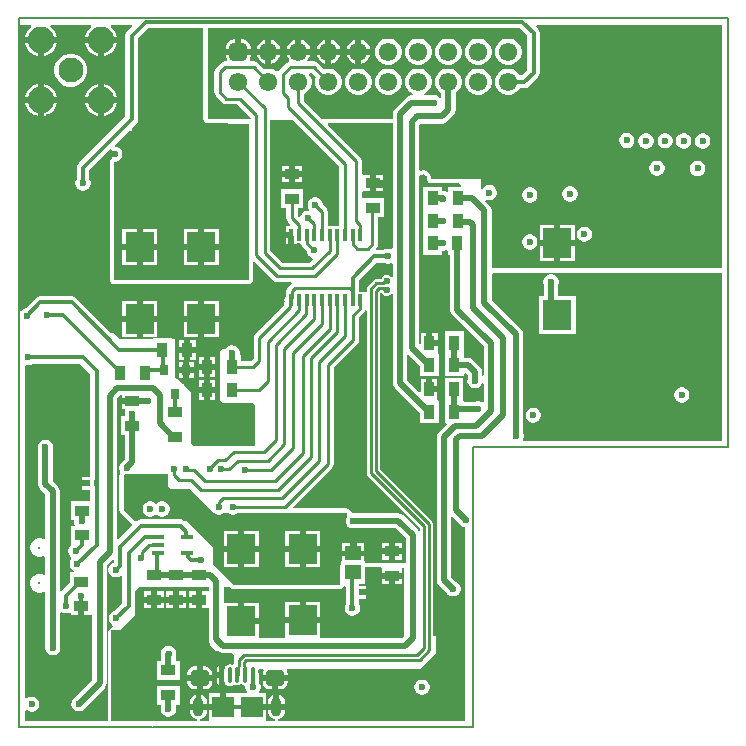
<source format=gbl>
G04*
G04 #@! TF.GenerationSoftware,Altium Limited,Altium Designer,21.2.0 (30)*
G04*
G04 Layer_Physical_Order=4*
G04 Layer_Color=16711680*
%FSLAX44Y44*%
%MOMM*%
G71*
G04*
G04 #@! TF.SameCoordinates,3BC8F3D4-7935-4982-82F0-2F2C798F560B*
G04*
G04*
G04 #@! TF.FilePolarity,Positive*
G04*
G01*
G75*
%ADD10C,0.2000*%
%ADD12C,0.5000*%
%ADD17C,0.2540*%
%ADD27R,0.4000X0.6000*%
%ADD31R,0.9000X1.2000*%
%ADD73C,0.3500*%
%ADD74C,0.2542*%
%ADD75C,0.3000*%
%ADD76C,2.1000*%
%ADD77C,2.2500*%
%ADD78C,1.5500*%
G04:AMPARAMS|DCode=79|XSize=1.55mm|YSize=1.55mm|CornerRadius=0.3875mm|HoleSize=0mm|Usage=FLASHONLY|Rotation=0.000|XOffset=0mm|YOffset=0mm|HoleType=Round|Shape=RoundedRectangle|*
%AMROUNDEDRECTD79*
21,1,1.5500,0.7750,0,0,0.0*
21,1,0.7750,1.5500,0,0,0.0*
1,1,0.7750,0.3875,-0.3875*
1,1,0.7750,-0.3875,-0.3875*
1,1,0.7750,-0.3875,0.3875*
1,1,0.7750,0.3875,0.3875*
%
%ADD79ROUNDEDRECTD79*%
%ADD80O,0.9000X1.6000*%
%ADD81C,0.6000*%
%ADD92R,2.4500X2.5500*%
%ADD93R,1.4000X1.3000*%
%ADD94R,1.2000X0.9000*%
%ADD95R,1.9000X1.8000*%
G04:AMPARAMS|DCode=96|XSize=1.6mm|YSize=1.4mm|CornerRadius=0.35mm|HoleSize=0mm|Usage=FLASHONLY|Rotation=180.000|XOffset=0mm|YOffset=0mm|HoleType=Round|Shape=RoundedRectangle|*
%AMROUNDEDRECTD96*
21,1,1.6000,0.7000,0,0,180.0*
21,1,0.9000,1.4000,0,0,180.0*
1,1,0.7000,-0.4500,0.3500*
1,1,0.7000,0.4500,0.3500*
1,1,0.7000,0.4500,-0.3500*
1,1,0.7000,-0.4500,-0.3500*
%
%ADD96ROUNDEDRECTD96*%
%ADD97O,0.4000X1.3500*%
%ADD98R,1.0795X0.3500*%
%ADD99R,0.8000X0.9000*%
%ADD100R,0.4500X1.0500*%
G36*
X95470Y592820D02*
X91685Y589035D01*
X90525Y587298D01*
X90117Y585250D01*
Y516947D01*
X79480Y506310D01*
X79190Y506310D01*
Y506020D01*
X50515Y477345D01*
X49355Y475608D01*
X48947Y473560D01*
Y464369D01*
X48243Y463149D01*
X47800Y461496D01*
Y459784D01*
X48243Y458131D01*
X49099Y456649D01*
X50309Y455439D01*
X51791Y454583D01*
X53444Y454140D01*
X55156D01*
X56809Y454583D01*
X58291Y455439D01*
X59501Y456649D01*
X60357Y458131D01*
X60800Y459784D01*
Y461496D01*
X60357Y463149D01*
X59653Y464369D01*
Y471343D01*
X77515Y489205D01*
X79083Y488977D01*
X79190Y488905D01*
Y481814D01*
X79104Y481797D01*
X77947Y481023D01*
X77173Y479866D01*
X76901Y478500D01*
X76901Y378819D01*
X77173Y377453D01*
X77947Y376295D01*
X79104Y375522D01*
X79190Y375505D01*
Y375250D01*
X196650D01*
Y375812D01*
X197373Y376295D01*
X198147Y377453D01*
X198419Y378819D01*
Y393344D01*
X199592Y393830D01*
X215161Y378261D01*
X216739Y377207D01*
X218600Y376837D01*
X218600Y376837D01*
X230516D01*
X230901Y375567D01*
X230411Y375239D01*
X230411Y375239D01*
X227761Y372589D01*
X226707Y371011D01*
X226336Y369150D01*
X226337Y369150D01*
Y365345D01*
X226231Y365239D01*
X225177Y363661D01*
X224806Y361800D01*
X224964Y361010D01*
X224806Y360220D01*
X224806Y360220D01*
Y357584D01*
X200061Y332839D01*
X199007Y331261D01*
X198636Y329400D01*
X198637Y329400D01*
Y312215D01*
X196336Y309914D01*
X188350D01*
Y314550D01*
X187573D01*
X186800Y315558D01*
X186850Y315744D01*
Y317456D01*
X186407Y319109D01*
X185551Y320591D01*
X184341Y321801D01*
X182859Y322657D01*
X181790Y322944D01*
X181206Y323100D01*
X179494D01*
X177841Y322657D01*
X176359Y321801D01*
X175149Y320591D01*
X174663Y319750D01*
X171600D01*
X170300Y318450D01*
Y276350D01*
X172650Y274000D01*
X198150D01*
X200000Y272150D01*
Y238800D01*
X199450Y238250D01*
X147400D01*
X145550Y240100D01*
Y283250D01*
X139650Y289150D01*
Y290350D01*
X138450D01*
X134513Y294287D01*
X135286Y295310D01*
X136307Y295310D01*
X139150D01*
Y299850D01*
X135110D01*
Y296567D01*
X135110Y295486D01*
X134087Y294713D01*
X132400Y296400D01*
Y328550D01*
X129450D01*
Y329050D01*
X113450D01*
Y328550D01*
X85700D01*
X79190Y335060D01*
Y334139D01*
X78017Y333653D01*
X48385Y363285D01*
X46649Y364445D01*
X44600Y364853D01*
X18100D01*
X16052Y364445D01*
X14315Y363285D01*
X5752Y354721D01*
X4391Y354357D01*
X2909Y353501D01*
X1990Y352582D01*
X779Y352975D01*
X720Y353019D01*
Y594098D01*
X721Y594099D01*
X9845D01*
X10173Y592872D01*
X9953Y592745D01*
X7385Y590177D01*
X5570Y587033D01*
X4813Y584210D01*
X32027D01*
X31270Y587033D01*
X29455Y590177D01*
X26887Y592745D01*
X26667Y592872D01*
X26995Y594099D01*
X60845D01*
X61173Y592872D01*
X60953Y592745D01*
X58385Y590177D01*
X56570Y587033D01*
X55813Y584210D01*
X83027D01*
X82270Y587033D01*
X80455Y590177D01*
X77887Y592745D01*
X77667Y592872D01*
X77995Y594099D01*
X95470D01*
Y592820D01*
D02*
G37*
G36*
X594900Y388380D02*
X400117D01*
Y437650D01*
X399652Y439991D01*
X398326Y441976D01*
X394757Y445545D01*
X395536Y446561D01*
X395741Y446443D01*
X397394Y446000D01*
X399106D01*
X400759Y446443D01*
X402241Y447299D01*
X403451Y448509D01*
X404307Y449991D01*
X404750Y451644D01*
Y453356D01*
X404307Y455009D01*
X403451Y456491D01*
X402241Y457701D01*
X400759Y458557D01*
X399106Y459000D01*
X397394D01*
X395741Y458557D01*
X394259Y457701D01*
X393049Y456491D01*
X392470Y455489D01*
X391200Y455829D01*
Y464300D01*
X348861D01*
Y465917D01*
X348418Y467570D01*
X347562Y469052D01*
X346352Y470262D01*
X344870Y471118D01*
X343217Y471561D01*
X341505D01*
X339987Y471154D01*
X339493Y471285D01*
X338717Y471733D01*
Y510116D01*
X339484Y510882D01*
X358150D01*
X360491Y511348D01*
X362476Y512674D01*
X367826Y518024D01*
X369152Y520009D01*
X369618Y522350D01*
Y536842D01*
X370408Y537298D01*
X372502Y539392D01*
X373983Y541958D01*
X374750Y544819D01*
Y547781D01*
X373983Y550642D01*
X372502Y553208D01*
X370408Y555302D01*
X367842Y556783D01*
X364981Y557550D01*
X362019D01*
X359158Y556783D01*
X356592Y555302D01*
X354498Y553208D01*
X353017Y550642D01*
X352250Y547781D01*
Y544819D01*
X353017Y541958D01*
X354498Y539392D01*
X356592Y537298D01*
X357383Y536842D01*
Y533459D01*
X356113Y532980D01*
X355241Y533851D01*
X353759Y534707D01*
X352106Y535150D01*
X350394D01*
X348967Y534767D01*
X343165D01*
X342825Y536037D01*
X345008Y537298D01*
X347102Y539392D01*
X348583Y541958D01*
X349350Y544819D01*
Y547781D01*
X348583Y550642D01*
X347102Y553208D01*
X345008Y555302D01*
X342442Y556783D01*
X339581Y557550D01*
X336619D01*
X333758Y556783D01*
X331192Y555302D01*
X329098Y553208D01*
X327617Y550642D01*
X326850Y547781D01*
Y544819D01*
X327617Y541958D01*
X329098Y539392D01*
X331192Y537298D01*
X333375Y536037D01*
X333035Y534767D01*
X331800D01*
X329459Y534302D01*
X327474Y532976D01*
X318124Y523626D01*
X316798Y521641D01*
X316332Y519300D01*
Y514750D01*
X256678D01*
X241363Y530065D01*
Y536118D01*
X243408Y537298D01*
X245502Y539392D01*
X246983Y541958D01*
X247750Y544819D01*
Y547781D01*
X246983Y550642D01*
X245947Y552438D01*
X246541Y553600D01*
X247611Y553711D01*
X251261Y550061D01*
X250650Y547781D01*
Y544819D01*
X251417Y541958D01*
X252898Y539392D01*
X254992Y537298D01*
X257558Y535817D01*
X260419Y535050D01*
X263381D01*
X266242Y535817D01*
X268808Y537298D01*
X270902Y539392D01*
X272383Y541958D01*
X273150Y544819D01*
Y547781D01*
X272383Y550642D01*
X270902Y553208D01*
X268808Y555302D01*
X266242Y556783D01*
X263381Y557550D01*
X260419D01*
X258139Y556939D01*
X252819Y562259D01*
X251241Y563313D01*
X249380Y563684D01*
X249380Y563683D01*
X244695D01*
X244209Y564857D01*
X244734Y565382D01*
X246089Y567728D01*
X246483Y569200D01*
X226517D01*
X226911Y567728D01*
X228266Y565382D01*
X229038Y564610D01*
X228669Y563395D01*
X228259Y563313D01*
X226681Y562259D01*
X226681Y562259D01*
X220411Y555989D01*
X219893Y555213D01*
X218283Y555027D01*
X218008Y555302D01*
X215442Y556783D01*
X212581Y557550D01*
X209619D01*
X207339Y556939D01*
X202019Y562259D01*
X200441Y563313D01*
X198580Y563684D01*
X198580Y563683D01*
X195870D01*
X195271Y564804D01*
X195618Y565322D01*
X196116Y567825D01*
Y569200D01*
X175284D01*
Y567825D01*
X175782Y565322D01*
X176129Y564804D01*
X175530Y563683D01*
X174720D01*
X174720Y563684D01*
X172859Y563313D01*
X171281Y562259D01*
X171281Y562259D01*
X166861Y557839D01*
X165807Y556261D01*
X165436Y554400D01*
X165436Y554400D01*
Y537450D01*
X165436Y537450D01*
X165807Y535589D01*
X166861Y534011D01*
X172161Y528711D01*
X172161Y528711D01*
X173739Y527657D01*
X175600Y527286D01*
X175600Y527287D01*
X184785D01*
X196052Y516020D01*
X196003Y514750D01*
X159700D01*
X159700Y591717D01*
X424073D01*
X430327Y585463D01*
Y556217D01*
X425763Y551653D01*
X424200D01*
X423302Y553208D01*
X421208Y555302D01*
X418642Y556783D01*
X415781Y557550D01*
X412819D01*
X409958Y556783D01*
X407392Y555302D01*
X405298Y553208D01*
X403817Y550642D01*
X403050Y547781D01*
Y544819D01*
X403817Y541958D01*
X405298Y539392D01*
X407392Y537298D01*
X409958Y535817D01*
X412819Y535050D01*
X415781D01*
X418642Y535817D01*
X421208Y537298D01*
X423302Y539392D01*
X424200Y540947D01*
X427980D01*
X430028Y541355D01*
X431765Y542515D01*
X439465Y550215D01*
X440625Y551952D01*
X441033Y554000D01*
Y587680D01*
X440625Y589728D01*
X439465Y591465D01*
X437953Y592977D01*
X438439Y594150D01*
X594900Y594150D01*
Y388380D01*
D02*
G37*
G36*
X156131Y514750D02*
X156403Y513384D01*
X157177Y512227D01*
X158334Y511453D01*
X159550Y511211D01*
Y511018D01*
X194850Y510919D01*
X194850Y378819D01*
X80470D01*
X80470Y478500D01*
X81956D01*
X83609Y478943D01*
X85091Y479799D01*
X86301Y481009D01*
X87157Y482491D01*
X87600Y484144D01*
Y485856D01*
X87157Y487509D01*
X86301Y488991D01*
X85091Y490201D01*
X83609Y491057D01*
X81956Y491500D01*
X81606D01*
X81080Y492770D01*
X92817Y504507D01*
X95470Y504500D01*
Y507160D01*
X99255Y510945D01*
X100415Y512682D01*
X100823Y514730D01*
Y583033D01*
X109507Y591717D01*
X156131D01*
X156131Y514750D01*
D02*
G37*
G36*
X343492Y467793D02*
X344161Y467407D01*
X344707Y466861D01*
X345093Y466192D01*
X345292Y465447D01*
Y464300D01*
X345564Y462934D01*
X346338Y461777D01*
X347495Y461003D01*
X348861Y460731D01*
X372369D01*
X374627Y458473D01*
X374141Y457300D01*
X363300D01*
Y454005D01*
X362030Y453272D01*
X361709Y453457D01*
X360056Y453900D01*
X358344D01*
X358300Y453934D01*
Y457300D01*
X342300D01*
Y438300D01*
X342300D01*
X342400Y438150D01*
Y419150D01*
X342200Y419000D01*
X342200D01*
Y400000D01*
X358200D01*
Y402978D01*
X358294Y403050D01*
X360006D01*
X361659Y403493D01*
X361930Y403649D01*
X363200Y402916D01*
Y400000D01*
X365083D01*
Y353300D01*
X365548Y350959D01*
X366874Y348974D01*
X393457Y322391D01*
Y297686D01*
X392188Y297077D01*
X392085Y297160D01*
Y300233D01*
X391619Y302574D01*
X390293Y304558D01*
X384126Y310726D01*
X382141Y312052D01*
X379800Y312518D01*
X376450D01*
Y315900D01*
X376450D01*
Y315950D01*
X376450D01*
Y334950D01*
X360450D01*
Y315950D01*
X360450D01*
Y315900D01*
X360450D01*
Y296900D01*
X376450D01*
Y299302D01*
X377720Y299828D01*
X379850Y297699D01*
Y294948D01*
X379659Y294235D01*
Y292524D01*
X380102Y290870D01*
X380957Y289388D01*
X382168Y288178D01*
X383650Y287322D01*
X385303Y286879D01*
X387015D01*
X388668Y287322D01*
X390150Y288178D01*
X391360Y289388D01*
X392216Y290870D01*
X393457Y290598D01*
Y275533D01*
X392188Y274838D01*
X391288Y275357D01*
X389635Y275800D01*
X387924D01*
X386270Y275357D01*
X386044Y275226D01*
X376400D01*
Y276450D01*
X376300Y276500D01*
Y295500D01*
X360300D01*
Y276500D01*
X360400Y276450D01*
Y257450D01*
X361639D01*
X362125Y256277D01*
X355674Y249826D01*
X354348Y247841D01*
X353882Y245500D01*
Y124500D01*
X354348Y122159D01*
X355674Y120174D01*
X361510Y114339D01*
X362249Y113059D01*
X363459Y111849D01*
X364941Y110993D01*
X366594Y110550D01*
X368306D01*
X369959Y110993D01*
X371441Y111849D01*
X372651Y113059D01*
X373507Y114541D01*
X373950Y116194D01*
Y117906D01*
X373507Y119559D01*
X372651Y121041D01*
X371441Y122251D01*
X370161Y122990D01*
X366118Y127034D01*
Y177672D01*
X367291Y178158D01*
X372660Y172789D01*
X373399Y171509D01*
X374609Y170299D01*
X376091Y169443D01*
X377450Y169079D01*
Y77350D01*
Y5400D01*
X219000D01*
X218917Y6670D01*
X219838Y6791D01*
X221550Y7501D01*
X223021Y8629D01*
X224149Y10100D01*
X224859Y11812D01*
X225101Y13650D01*
Y14650D01*
X218000D01*
X210899D01*
Y13650D01*
X211141Y11812D01*
X211851Y10100D01*
X212979Y8629D01*
X214450Y7501D01*
X216162Y6791D01*
X217083Y6670D01*
X217000Y5400D01*
X210223D01*
X209040Y5610D01*
Y14650D01*
X197000D01*
Y19650D01*
X209040D01*
Y28690D01*
X203720D01*
X203339Y29960D01*
X204107Y31291D01*
X204550Y32944D01*
Y34656D01*
X204107Y36309D01*
X203353Y37615D01*
Y43900D01*
X202945Y45948D01*
X202588Y46483D01*
Y48650D01*
X203175Y49365D01*
X206705D01*
X207304Y48245D01*
X206810Y47507D01*
X206342Y45150D01*
Y44150D01*
X227658D01*
Y45150D01*
X227190Y47507D01*
X226696Y48245D01*
X227295Y49365D01*
X339915D01*
X352700Y62150D01*
Y77350D01*
X350461D01*
Y171712D01*
X350215Y172950D01*
X349514Y173999D01*
X305463Y218049D01*
Y367040D01*
X305686Y367179D01*
X307096Y367094D01*
X308474Y365716D01*
X310275Y364970D01*
X312225D01*
X314026Y365716D01*
X315063Y366753D01*
X316332Y366269D01*
Y291550D01*
X316798Y289209D01*
X318124Y287224D01*
X339400Y265949D01*
Y257450D01*
X355400D01*
Y276450D01*
X354968D01*
X354340Y277460D01*
Y283500D01*
X347300D01*
Y286000D01*
X344800D01*
Y294540D01*
X340260D01*
Y284051D01*
X339087Y283565D01*
X328568Y294084D01*
Y314972D01*
X329741Y315458D01*
X339450Y305749D01*
Y296900D01*
X355450D01*
Y315900D01*
X355118D01*
X354490Y316910D01*
Y322950D01*
X347450D01*
Y325450D01*
X344950D01*
Y333990D01*
X340410D01*
Y324725D01*
X339140Y324089D01*
X338717Y324405D01*
Y466573D01*
X338819Y466767D01*
X339522Y467616D01*
X339993Y467647D01*
X340464Y467617D01*
X340681Y467692D01*
X340911Y467707D01*
X341975Y467992D01*
X342747D01*
X343492Y467793D01*
D02*
G37*
G36*
X271287Y474585D02*
Y423950D01*
X261513D01*
Y436450D01*
X261513Y436450D01*
X261143Y438311D01*
X260089Y439889D01*
X260089Y439889D01*
X257350Y442628D01*
Y443106D01*
X256907Y444759D01*
X256051Y446241D01*
X254841Y447451D01*
X253359Y448307D01*
X251706Y448750D01*
X249994D01*
X248341Y448307D01*
X246859Y447451D01*
X245649Y446241D01*
X244793Y444759D01*
X244350Y443106D01*
Y441394D01*
X244793Y439741D01*
X245527Y438470D01*
X245277Y437725D01*
X244912Y437200D01*
X243994D01*
X242341Y436757D01*
X240859Y435901D01*
X239649Y434691D01*
X238793Y433209D01*
X238586Y432438D01*
X237170Y432058D01*
X236163Y433064D01*
Y439300D01*
X240800D01*
Y455300D01*
X221800D01*
Y439300D01*
X226437D01*
Y431050D01*
X226437Y431050D01*
X226807Y429189D01*
X227861Y427611D01*
X229809Y425663D01*
X229323Y424490D01*
X225860D01*
Y419200D01*
X230650D01*
Y416700D01*
X232286D01*
X232656Y414839D01*
X232899Y414475D01*
Y409450D01*
X233150D01*
Y408910D01*
X235440D01*
Y409450D01*
X237844D01*
X239076Y409182D01*
X239447Y407321D01*
X240501Y405743D01*
X243450Y402794D01*
Y402744D01*
X243893Y401091D01*
X244749Y399609D01*
X245959Y398399D01*
X247441Y397543D01*
X248331Y397305D01*
X248710Y395888D01*
X246035Y393213D01*
X223414D01*
X212913Y403714D01*
Y514100D01*
X231772D01*
X271287Y474585D01*
D02*
G37*
G36*
X316332Y405165D02*
X315062Y404432D01*
X314759Y404607D01*
X313106Y405050D01*
X311394D01*
X309741Y404607D01*
X308521Y403903D01*
X302890D01*
X302404Y405076D01*
X302614Y405286D01*
X302614Y405286D01*
X303668Y406864D01*
X304039Y408725D01*
X304038Y408725D01*
Y431700D01*
X309150D01*
Y447700D01*
X290313D01*
Y452720D01*
X291110Y453660D01*
X291583Y453660D01*
X297150D01*
Y460700D01*
Y467740D01*
X291583D01*
X291110Y467740D01*
X290313Y468680D01*
Y479100D01*
X290313Y479100D01*
X289943Y480961D01*
X288889Y482539D01*
X288889Y482539D01*
X261420Y510008D01*
X261906Y511181D01*
X316332D01*
Y405165D01*
D02*
G37*
G36*
X309741Y392493D02*
X311394Y392050D01*
X313106D01*
X314759Y392493D01*
X315062Y392668D01*
X316332Y391935D01*
Y381370D01*
X315063Y380887D01*
X314026Y381924D01*
X312225Y382670D01*
X310275D01*
X308474Y381924D01*
X307096Y380545D01*
X306571Y379277D01*
X302594D01*
X301357Y379031D01*
X300308Y378330D01*
X295496Y373518D01*
X294795Y372469D01*
X294549Y371232D01*
Y368742D01*
X293400Y368450D01*
Y368450D01*
X288003D01*
Y378333D01*
X302867Y393197D01*
X308521D01*
X309741Y392493D01*
D02*
G37*
G36*
X60297Y299083D02*
Y212500D01*
X60050D01*
Y212040D01*
X53510D01*
Y209000D01*
X58050D01*
Y204000D01*
X53510D01*
Y200960D01*
X60050D01*
Y200500D01*
X60297D01*
Y191200D01*
X43800D01*
Y175200D01*
X46560D01*
Y173584D01*
X47003Y171931D01*
X47269Y171470D01*
X46536Y170200D01*
X43800D01*
Y154200D01*
X43800Y154200D01*
X43800D01*
X43094Y153257D01*
X42829Y152991D01*
X41973Y151509D01*
X41530Y149856D01*
Y148144D01*
X41973Y146491D01*
X42829Y145009D01*
X44039Y143799D01*
X44224Y143692D01*
X44390Y142432D01*
X44149Y142191D01*
X43293Y140709D01*
X42850Y139056D01*
Y137344D01*
X43293Y135691D01*
X44149Y134209D01*
X45359Y132999D01*
X46275Y132470D01*
X45934Y131200D01*
X43400D01*
Y122770D01*
X35868Y115238D01*
X34910Y115368D01*
X34597Y115463D01*
Y199570D01*
X34132Y201911D01*
X32806Y203896D01*
X28517Y208184D01*
Y234517D01*
X28900Y235944D01*
Y237656D01*
X28457Y239309D01*
X27601Y240791D01*
X26391Y242001D01*
X24909Y242857D01*
X23256Y243300D01*
X21544D01*
X19891Y242857D01*
X18409Y242001D01*
X17199Y240791D01*
X16343Y239309D01*
X15900Y237656D01*
Y235944D01*
X16283Y234517D01*
Y205650D01*
X16748Y203309D01*
X18074Y201324D01*
X22362Y197036D01*
Y159643D01*
X21093Y158910D01*
X20408Y159305D01*
X18373Y159850D01*
X16267D01*
X14232Y159305D01*
X12408Y158252D01*
X10918Y156762D01*
X9865Y154938D01*
X9320Y152903D01*
Y150797D01*
X9865Y148762D01*
X10918Y146938D01*
X12408Y145448D01*
X14232Y144395D01*
X16267Y143850D01*
X18373D01*
X20408Y144395D01*
X21092Y144790D01*
X22362Y144057D01*
Y129643D01*
X21093Y128910D01*
X20408Y129305D01*
X18373Y129850D01*
X16267D01*
X14232Y129305D01*
X12408Y128252D01*
X10918Y126762D01*
X9865Y124938D01*
X9320Y122903D01*
Y120797D01*
X9865Y118762D01*
X10918Y116938D01*
X12408Y115448D01*
X14232Y114395D01*
X16267Y113850D01*
X18373D01*
X20408Y114395D01*
X21092Y114790D01*
X22362Y114057D01*
Y69095D01*
X22060Y67966D01*
Y66254D01*
X22503Y64601D01*
X23359Y63119D01*
X24569Y61909D01*
X26051Y61053D01*
X27704Y60610D01*
X29416D01*
X31069Y61053D01*
X32551Y61909D01*
X33761Y63119D01*
X34617Y64601D01*
X35060Y66254D01*
Y67966D01*
X34617Y69619D01*
X34597Y69653D01*
Y96778D01*
X35868Y97289D01*
X37021Y96623D01*
X38674Y96180D01*
X40386D01*
X42039Y96623D01*
X43090Y97230D01*
X44360Y96645D01*
Y95160D01*
X50400D01*
Y102200D01*
X55400D01*
Y95160D01*
X61440D01*
X62133Y94177D01*
Y40054D01*
X47086Y25007D01*
X46989Y24951D01*
X45779Y23741D01*
X44923Y22259D01*
X44911Y22216D01*
X44828Y22091D01*
X44684Y21368D01*
X44480Y20606D01*
Y20341D01*
X44363Y19750D01*
X44480Y19159D01*
Y18894D01*
X44684Y18132D01*
X44828Y17409D01*
X44911Y17284D01*
X44923Y17241D01*
X45779Y15759D01*
X46989Y14549D01*
X48471Y13693D01*
X50124Y13250D01*
X51836D01*
X53489Y13693D01*
X54971Y14549D01*
X56181Y15759D01*
X57037Y17241D01*
X57189Y17807D01*
X72576Y33194D01*
X73902Y35179D01*
X74367Y37520D01*
Y137116D01*
X78874Y141622D01*
X80047Y141136D01*
Y139352D01*
X79691Y139257D01*
X78209Y138401D01*
X76999Y137191D01*
X76143Y135709D01*
X75700Y134056D01*
Y132344D01*
X76143Y130691D01*
X76999Y129209D01*
X78209Y127999D01*
X79691Y127143D01*
X81344Y126700D01*
X83056D01*
X84709Y127143D01*
X86191Y127999D01*
X86327Y128135D01*
X87597Y127609D01*
Y104717D01*
X81402Y98521D01*
X80041Y98157D01*
X78559Y97301D01*
X77349Y96091D01*
X76493Y94609D01*
X76050Y92956D01*
Y91244D01*
X76493Y89591D01*
X77349Y88109D01*
X78559Y86899D01*
X79094Y86590D01*
X79303Y85003D01*
X75650Y81350D01*
Y4950D01*
X75600Y4900D01*
X5450D01*
Y13462D01*
X6679Y14029D01*
X8161Y13173D01*
X9814Y12730D01*
X11526D01*
X13179Y13173D01*
X14661Y14029D01*
X15871Y15239D01*
X16727Y16721D01*
X17170Y18374D01*
Y20086D01*
X16727Y21739D01*
X15871Y23221D01*
X14661Y24431D01*
X13179Y25287D01*
X11526Y25730D01*
X9814D01*
X8161Y25287D01*
X6679Y24431D01*
X5450Y24998D01*
Y305857D01*
X6458Y306630D01*
X6944Y306500D01*
X8656D01*
X10309Y306943D01*
X11442Y307597D01*
X51783D01*
X60297Y299083D01*
D02*
G37*
G36*
X594870Y242250D02*
X594862Y242230D01*
X426980D01*
X426950Y242242D01*
Y244202D01*
X427350Y245694D01*
Y247406D01*
X426968Y248833D01*
Y332400D01*
X426502Y334741D01*
X425176Y336726D01*
X400363Y361539D01*
X400216Y383910D01*
X401111Y384811D01*
X594870D01*
Y242250D01*
D02*
G37*
G36*
X294549Y352221D02*
Y214867D01*
X294795Y213630D01*
X295496Y212581D01*
X339547Y168531D01*
Y166547D01*
X338277Y166161D01*
X337746Y166956D01*
X325576Y179126D01*
X323591Y180452D01*
X321250Y180917D01*
X285483D01*
X284056Y181300D01*
X282344D01*
X282191Y181259D01*
X280725Y182725D01*
X280697Y182866D01*
X279923Y184023D01*
X278766Y184797D01*
X277400Y185069D01*
X232806D01*
X232320Y186242D01*
X265189Y219111D01*
X265189Y219111D01*
X266243Y220689D01*
X266613Y222550D01*
Y304286D01*
X286589Y324261D01*
X286589Y324261D01*
X287643Y325839D01*
X288013Y327700D01*
Y346836D01*
X291860Y350682D01*
X291860Y350682D01*
X292914Y352260D01*
X293016Y352772D01*
X293279Y352933D01*
X294549Y352221D01*
D02*
G37*
G36*
X87410Y278800D02*
X95950D01*
Y273800D01*
X87410D01*
Y269260D01*
X89511D01*
X90146Y268160D01*
X89943Y267809D01*
X89500Y266156D01*
Y264444D01*
X89537Y264307D01*
X88764Y263300D01*
X86450D01*
Y247300D01*
X89832D01*
Y227104D01*
X87898Y225170D01*
X87259Y224801D01*
X86049Y223591D01*
X85193Y222109D01*
X84750Y220456D01*
Y218744D01*
X85193Y217091D01*
X85879Y215903D01*
X85740Y215695D01*
X85356Y215122D01*
X85355Y215119D01*
X85353Y215116D01*
X85218Y214436D01*
X85081Y213757D01*
X85082Y213754D01*
X85081Y213750D01*
Y183450D01*
X85353Y182084D01*
X86127Y180927D01*
X94977Y172077D01*
X95518Y171715D01*
X95597Y170417D01*
X84141Y158961D01*
X82968Y159447D01*
Y278166D01*
X85884Y281082D01*
X87410D01*
Y278800D01*
D02*
G37*
G36*
X125843Y214502D02*
X126099Y214059D01*
X126300Y213858D01*
Y204100D01*
X128750Y201650D01*
X144700D01*
X163654Y182696D01*
X163849Y182359D01*
X165059Y181149D01*
X166541Y180293D01*
X168194Y179850D01*
X169906D01*
X171559Y180293D01*
X173041Y181149D01*
X173392Y181500D01*
X176938D01*
X177359Y181079D01*
X178841Y180223D01*
X180494Y179780D01*
X182206D01*
X183859Y180223D01*
X185341Y181079D01*
X185762Y181500D01*
X277400D01*
Y177754D01*
X277143Y177309D01*
X276700Y175656D01*
Y173944D01*
X277143Y172291D01*
X277400Y171846D01*
Y169300D01*
X279726D01*
X280691Y168743D01*
X282344Y168300D01*
X284056D01*
X285483Y168682D01*
X318716D01*
X327303Y160096D01*
Y138800D01*
X293000D01*
Y140450D01*
X292540D01*
Y144450D01*
X283000D01*
X273460D01*
Y140450D01*
X273000D01*
Y138242D01*
X271450Y136800D01*
Y120150D01*
X181650Y120150D01*
X163950Y137850D01*
Y152050D01*
X141400Y174600D01*
X140114D01*
X138848Y175445D01*
X136800Y175853D01*
X103250D01*
X101202Y175445D01*
X99937Y174600D01*
X97500D01*
X88650Y183450D01*
Y213750D01*
X89550Y214646D01*
X125843Y214502D01*
D02*
G37*
G36*
X307060Y134840D02*
X307060Y133961D01*
Y130300D01*
X315600D01*
X324140D01*
Y134291D01*
X325368Y134942D01*
X325848Y134718D01*
X326232Y134333D01*
Y76684D01*
X324666Y75118D01*
X255140D01*
Y87850D01*
X240350D01*
X225560D01*
Y75118D01*
X203140D01*
Y87550D01*
X188350D01*
Y90050D01*
X185850D01*
Y105340D01*
X173560D01*
X173250Y106482D01*
Y118600D01*
X178132Y118621D01*
X179127Y117627D01*
X180284Y116853D01*
X181650Y116581D01*
X271450Y116581D01*
X272816Y116853D01*
X273973Y117627D01*
X274747Y118784D01*
X274797Y119035D01*
X276097Y119040D01*
X276997Y118144D01*
Y114150D01*
X276997Y114150D01*
Y104379D01*
X276293Y103159D01*
X275850Y101506D01*
Y99794D01*
X276293Y98141D01*
X277149Y96659D01*
X278359Y95449D01*
X279841Y94593D01*
X281494Y94150D01*
X283206D01*
X284859Y94593D01*
X286341Y95449D01*
X287551Y96659D01*
X288407Y98141D01*
X288850Y99794D01*
Y101506D01*
X288407Y103159D01*
X287703Y104379D01*
Y108610D01*
X293890D01*
Y111650D01*
X289350D01*
Y116650D01*
X293890D01*
Y119690D01*
X287703D01*
Y121200D01*
X292200D01*
X292450Y121450D01*
X293000D01*
Y135231D01*
X305952D01*
X307060Y134840D01*
D02*
G37*
G36*
X160783Y114840D02*
X154800D01*
Y107800D01*
Y100760D01*
X160783D01*
Y74500D01*
X161248Y72159D01*
X161800Y71333D01*
Y69750D01*
X167050Y64500D01*
X168335D01*
X170059Y63348D01*
X172400Y62882D01*
X180168D01*
X181650Y61400D01*
Y53304D01*
X180530Y52706D01*
X180256Y52889D01*
X178500Y53238D01*
X176744Y52889D01*
X175281Y51911D01*
X175273Y51923D01*
X174500Y52440D01*
Y50764D01*
X174261Y50406D01*
X173911Y48650D01*
Y43900D01*
Y39150D01*
X174261Y37394D01*
X174500Y37036D01*
Y35360D01*
X175273Y35877D01*
X175281Y35889D01*
X176744Y34911D01*
X178500Y34562D01*
X180256Y34911D01*
X181744Y35906D01*
X183137Y35704D01*
X183478Y35476D01*
X185000Y35174D01*
X186522Y35476D01*
X187812Y36338D01*
X188688D01*
X189978Y35476D01*
X190431Y35386D01*
X191521Y34675D01*
X191550Y33967D01*
Y32944D01*
X191993Y31291D01*
X192761Y29960D01*
X192379Y28690D01*
X175500D01*
Y17150D01*
X173000D01*
Y14650D01*
X160960D01*
Y5610D01*
X159777Y5400D01*
X153000D01*
X152917Y6670D01*
X153838Y6791D01*
X155550Y7501D01*
X157021Y8629D01*
X158149Y10100D01*
X158859Y11812D01*
X159101Y13650D01*
Y14650D01*
X152000D01*
X144899D01*
Y13650D01*
X145141Y11812D01*
X145851Y10100D01*
X146979Y8629D01*
X148450Y7501D01*
X150162Y6791D01*
X151083Y6670D01*
X151000Y5400D01*
X77950D01*
Y81850D01*
X85250Y81850D01*
X98450Y95050D01*
Y114850D01*
X102200Y118600D01*
X160783D01*
Y114840D01*
D02*
G37*
%LPC*%
G36*
X83027Y579210D02*
X71920D01*
Y568103D01*
X74743Y568860D01*
X77887Y570675D01*
X80455Y573243D01*
X82270Y576387D01*
X83027Y579210D01*
D02*
G37*
G36*
X66920D02*
X55813D01*
X56570Y576387D01*
X58385Y573243D01*
X60953Y570675D01*
X64097Y568860D01*
X66920Y568103D01*
Y579210D01*
D02*
G37*
G36*
X32027D02*
X20920D01*
Y568103D01*
X23743Y568860D01*
X26887Y570675D01*
X29455Y573243D01*
X31270Y576387D01*
X32027Y579210D01*
D02*
G37*
G36*
X15920D02*
X4813D01*
X5570Y576387D01*
X7385Y573243D01*
X9953Y570675D01*
X13097Y568860D01*
X15920Y568103D01*
Y579210D01*
D02*
G37*
G36*
X45763Y570210D02*
X42077D01*
X38516Y569256D01*
X35324Y567413D01*
X32717Y564806D01*
X30874Y561614D01*
X29920Y558053D01*
Y554367D01*
X30874Y550806D01*
X32717Y547614D01*
X35324Y545007D01*
X38516Y543164D01*
X42077Y542210D01*
X45763D01*
X49324Y543164D01*
X52516Y545007D01*
X55123Y547614D01*
X56966Y550806D01*
X57920Y554367D01*
Y558053D01*
X56966Y561614D01*
X55123Y564806D01*
X52516Y567413D01*
X49324Y569256D01*
X45763Y570210D01*
D02*
G37*
G36*
X71920Y544317D02*
Y533210D01*
X83027D01*
X82270Y536033D01*
X80455Y539177D01*
X77887Y541745D01*
X74743Y543560D01*
X71920Y544317D01*
D02*
G37*
G36*
X66920D02*
X64097Y543560D01*
X60953Y541745D01*
X58385Y539177D01*
X56570Y536033D01*
X55813Y533210D01*
X66920D01*
Y544317D01*
D02*
G37*
G36*
X20920D02*
Y533210D01*
X32027D01*
X31270Y536033D01*
X29455Y539177D01*
X26887Y541745D01*
X23743Y543560D01*
X20920Y544317D01*
D02*
G37*
G36*
X15920D02*
X13097Y543560D01*
X9953Y541745D01*
X7385Y539177D01*
X5570Y536033D01*
X4813Y533210D01*
X15920D01*
Y544317D01*
D02*
G37*
G36*
X83027Y528210D02*
X71920D01*
Y517103D01*
X74743Y517860D01*
X77887Y519675D01*
X80455Y522243D01*
X82270Y525387D01*
X83027Y528210D01*
D02*
G37*
G36*
X66920D02*
X55813D01*
X56570Y525387D01*
X58385Y522243D01*
X60953Y519675D01*
X64097Y517860D01*
X66920Y517103D01*
Y528210D01*
D02*
G37*
G36*
X32027D02*
X20920D01*
Y517103D01*
X23743Y517860D01*
X26887Y519675D01*
X29455Y522243D01*
X31270Y525387D01*
X32027Y528210D01*
D02*
G37*
G36*
X15920D02*
X4813D01*
X5570Y525387D01*
X7385Y522243D01*
X9953Y519675D01*
X13097Y517860D01*
X15920Y517103D01*
Y528210D01*
D02*
G37*
G36*
X169190Y361040D02*
X156900D01*
Y348250D01*
X169190D01*
Y361040D01*
D02*
G37*
G36*
X151900D02*
X139610D01*
Y348250D01*
X151900D01*
Y361040D01*
D02*
G37*
G36*
X117140Y360940D02*
X104850D01*
Y348150D01*
X117140D01*
Y360940D01*
D02*
G37*
G36*
X99850D02*
X87560D01*
Y348150D01*
X99850D01*
Y360940D01*
D02*
G37*
G36*
X169190Y343250D02*
X156900D01*
Y330460D01*
X169190D01*
Y343250D01*
D02*
G37*
G36*
X151900D02*
X139610D01*
Y330460D01*
X151900D01*
Y343250D01*
D02*
G37*
G36*
X117140Y343150D02*
X104850D01*
Y330360D01*
X117140D01*
Y343150D01*
D02*
G37*
G36*
X99850D02*
X87560D01*
Y330360D01*
X99850D01*
Y343150D01*
D02*
G37*
G36*
X149490Y328090D02*
X144950D01*
Y322050D01*
X149490D01*
Y328090D01*
D02*
G37*
G36*
X139950D02*
X135410D01*
Y322050D01*
X139950D01*
Y328090D01*
D02*
G37*
G36*
X149490Y317050D02*
X144950D01*
Y311010D01*
X149490D01*
Y317050D01*
D02*
G37*
G36*
X139950D02*
X135410D01*
Y311010D01*
X139950D01*
Y317050D01*
D02*
G37*
G36*
X166390Y313590D02*
X161850D01*
Y307550D01*
X166390D01*
Y313590D01*
D02*
G37*
G36*
X156850D02*
X152310D01*
Y307550D01*
X156850D01*
Y313590D01*
D02*
G37*
G36*
X148190Y309390D02*
X144150D01*
Y304850D01*
X148190D01*
Y309390D01*
D02*
G37*
G36*
X139150D02*
X135110D01*
Y304850D01*
X139150D01*
Y309390D01*
D02*
G37*
G36*
X166390Y302550D02*
X161850D01*
Y296510D01*
X166390D01*
Y302550D01*
D02*
G37*
G36*
X156850D02*
X152310D01*
Y296510D01*
X156850D01*
Y302550D01*
D02*
G37*
G36*
X148190Y299850D02*
X144150D01*
Y295310D01*
X148190D01*
Y299850D01*
D02*
G37*
G36*
X166290Y293990D02*
X161750D01*
Y287950D01*
X166290D01*
Y293990D01*
D02*
G37*
G36*
X156750D02*
X152210D01*
Y287950D01*
X156750D01*
Y293990D01*
D02*
G37*
G36*
X166290Y282950D02*
X161750D01*
Y276910D01*
X166290D01*
Y282950D01*
D02*
G37*
G36*
X156750D02*
X152210D01*
Y276910D01*
X156750D01*
Y282950D01*
D02*
G37*
G36*
X289800Y581683D02*
Y574200D01*
X297283D01*
X296889Y575672D01*
X295534Y578018D01*
X293618Y579934D01*
X291272Y581289D01*
X289800Y581683D01*
D02*
G37*
G36*
X284800D02*
X283328Y581289D01*
X280982Y579934D01*
X279066Y578018D01*
X277711Y575672D01*
X277317Y574200D01*
X284800D01*
Y581683D01*
D02*
G37*
G36*
X264400D02*
Y574200D01*
X271883D01*
X271489Y575672D01*
X270134Y578018D01*
X268218Y579934D01*
X265872Y581289D01*
X264400Y581683D01*
D02*
G37*
G36*
X259400D02*
X257928Y581289D01*
X255582Y579934D01*
X253666Y578018D01*
X252311Y575672D01*
X251917Y574200D01*
X259400D01*
Y581683D01*
D02*
G37*
G36*
X239000D02*
Y574200D01*
X246483D01*
X246089Y575672D01*
X244734Y578018D01*
X242818Y579934D01*
X240472Y581289D01*
X239000Y581683D01*
D02*
G37*
G36*
X234000D02*
X232528Y581289D01*
X230182Y579934D01*
X228266Y578018D01*
X226911Y575672D01*
X226517Y574200D01*
X234000D01*
Y581683D01*
D02*
G37*
G36*
X213600D02*
Y574200D01*
X221083D01*
X220689Y575672D01*
X219334Y578018D01*
X217418Y579934D01*
X215072Y581289D01*
X213600Y581683D01*
D02*
G37*
G36*
X208600D02*
X207128Y581289D01*
X204782Y579934D01*
X202866Y578018D01*
X201511Y575672D01*
X201117Y574200D01*
X208600D01*
Y581683D01*
D02*
G37*
G36*
X189575Y582116D02*
X188200D01*
Y574200D01*
X196116D01*
Y575575D01*
X195618Y578078D01*
X194200Y580200D01*
X192078Y581618D01*
X189575Y582116D01*
D02*
G37*
G36*
X183200D02*
X181825D01*
X179322Y581618D01*
X177200Y580200D01*
X175782Y578078D01*
X175284Y575575D01*
Y574200D01*
X183200D01*
Y582116D01*
D02*
G37*
G36*
X297283Y569200D02*
X289800D01*
Y561717D01*
X291272Y562111D01*
X293618Y563466D01*
X295534Y565382D01*
X296889Y567728D01*
X297283Y569200D01*
D02*
G37*
G36*
X284800D02*
X277317D01*
X277711Y567728D01*
X279066Y565382D01*
X280982Y563466D01*
X283328Y562111D01*
X284800Y561717D01*
Y569200D01*
D02*
G37*
G36*
X271883D02*
X264400D01*
Y561717D01*
X265872Y562111D01*
X268218Y563466D01*
X270134Y565382D01*
X271489Y567728D01*
X271883Y569200D01*
D02*
G37*
G36*
X259400D02*
X251917D01*
X252311Y567728D01*
X253666Y565382D01*
X255582Y563466D01*
X257928Y562111D01*
X259400Y561717D01*
Y569200D01*
D02*
G37*
G36*
X221083D02*
X213600D01*
Y561717D01*
X215072Y562111D01*
X217418Y563466D01*
X219334Y565382D01*
X220689Y567728D01*
X221083Y569200D01*
D02*
G37*
G36*
X208600D02*
X201117D01*
X201511Y567728D01*
X202866Y565382D01*
X204782Y563466D01*
X207128Y562111D01*
X208600Y561717D01*
Y569200D01*
D02*
G37*
G36*
X415781Y582950D02*
X412819D01*
X409958Y582183D01*
X407392Y580702D01*
X405298Y578608D01*
X403817Y576042D01*
X403050Y573181D01*
Y570219D01*
X403817Y567358D01*
X405298Y564792D01*
X407392Y562698D01*
X409958Y561217D01*
X412819Y560450D01*
X415781D01*
X418642Y561217D01*
X421208Y562698D01*
X423302Y564792D01*
X424783Y567358D01*
X425550Y570219D01*
Y573181D01*
X424783Y576042D01*
X423302Y578608D01*
X421208Y580702D01*
X418642Y582183D01*
X415781Y582950D01*
D02*
G37*
G36*
X390381D02*
X387419D01*
X384558Y582183D01*
X381992Y580702D01*
X379898Y578608D01*
X378417Y576042D01*
X377650Y573181D01*
Y570219D01*
X378417Y567358D01*
X379898Y564792D01*
X381992Y562698D01*
X384558Y561217D01*
X387419Y560450D01*
X390381D01*
X393242Y561217D01*
X395808Y562698D01*
X397902Y564792D01*
X399383Y567358D01*
X400150Y570219D01*
Y573181D01*
X399383Y576042D01*
X397902Y578608D01*
X395808Y580702D01*
X393242Y582183D01*
X390381Y582950D01*
D02*
G37*
G36*
X364981D02*
X362019D01*
X359158Y582183D01*
X356592Y580702D01*
X354498Y578608D01*
X353017Y576042D01*
X352250Y573181D01*
Y570219D01*
X353017Y567358D01*
X354498Y564792D01*
X356592Y562698D01*
X359158Y561217D01*
X362019Y560450D01*
X364981D01*
X367842Y561217D01*
X370408Y562698D01*
X372502Y564792D01*
X373983Y567358D01*
X374750Y570219D01*
Y573181D01*
X373983Y576042D01*
X372502Y578608D01*
X370408Y580702D01*
X367842Y582183D01*
X364981Y582950D01*
D02*
G37*
G36*
X339581D02*
X336619D01*
X333758Y582183D01*
X331192Y580702D01*
X329098Y578608D01*
X327617Y576042D01*
X326850Y573181D01*
Y570219D01*
X327617Y567358D01*
X329098Y564792D01*
X331192Y562698D01*
X333758Y561217D01*
X336619Y560450D01*
X339581D01*
X342442Y561217D01*
X345008Y562698D01*
X347102Y564792D01*
X348583Y567358D01*
X349350Y570219D01*
Y573181D01*
X348583Y576042D01*
X347102Y578608D01*
X345008Y580702D01*
X342442Y582183D01*
X339581Y582950D01*
D02*
G37*
G36*
X314181D02*
X311219D01*
X308358Y582183D01*
X305792Y580702D01*
X303698Y578608D01*
X302217Y576042D01*
X301450Y573181D01*
Y570219D01*
X302217Y567358D01*
X303698Y564792D01*
X305792Y562698D01*
X308358Y561217D01*
X311219Y560450D01*
X314181D01*
X317042Y561217D01*
X319608Y562698D01*
X321702Y564792D01*
X323183Y567358D01*
X323950Y570219D01*
Y573181D01*
X323183Y576042D01*
X321702Y578608D01*
X319608Y580702D01*
X317042Y582183D01*
X314181Y582950D01*
D02*
G37*
G36*
X390381Y557550D02*
X387419D01*
X384558Y556783D01*
X381992Y555302D01*
X379898Y553208D01*
X378417Y550642D01*
X377650Y547781D01*
Y544819D01*
X378417Y541958D01*
X379898Y539392D01*
X381992Y537298D01*
X384558Y535817D01*
X387419Y535050D01*
X390381D01*
X393242Y535817D01*
X395808Y537298D01*
X397902Y539392D01*
X399383Y541958D01*
X400150Y544819D01*
Y547781D01*
X399383Y550642D01*
X397902Y553208D01*
X395808Y555302D01*
X393242Y556783D01*
X390381Y557550D01*
D02*
G37*
G36*
X314181D02*
X311219D01*
X308358Y556783D01*
X305792Y555302D01*
X303698Y553208D01*
X302217Y550642D01*
X301450Y547781D01*
Y544819D01*
X302217Y541958D01*
X303698Y539392D01*
X305792Y537298D01*
X308358Y535817D01*
X311219Y535050D01*
X314181D01*
X317042Y535817D01*
X319608Y537298D01*
X321702Y539392D01*
X323183Y541958D01*
X323950Y544819D01*
Y547781D01*
X323183Y550642D01*
X321702Y553208D01*
X319608Y555302D01*
X317042Y556783D01*
X314181Y557550D01*
D02*
G37*
G36*
X288781D02*
X285819D01*
X282958Y556783D01*
X280392Y555302D01*
X278298Y553208D01*
X276817Y550642D01*
X276050Y547781D01*
Y544819D01*
X276817Y541958D01*
X278298Y539392D01*
X280392Y537298D01*
X282958Y535817D01*
X285819Y535050D01*
X288781D01*
X291642Y535817D01*
X294208Y537298D01*
X296302Y539392D01*
X297783Y541958D01*
X298550Y544819D01*
Y547781D01*
X297783Y550642D01*
X296302Y553208D01*
X294208Y555302D01*
X291642Y556783D01*
X288781Y557550D01*
D02*
G37*
G36*
X515406Y503200D02*
X513694D01*
X512041Y502757D01*
X510559Y501901D01*
X509349Y500691D01*
X508493Y499209D01*
X508050Y497556D01*
Y495844D01*
X508493Y494191D01*
X509349Y492709D01*
X510559Y491499D01*
X512041Y490643D01*
X513694Y490200D01*
X515406D01*
X517059Y490643D01*
X518541Y491499D01*
X519751Y492709D01*
X520607Y494191D01*
X521050Y495844D01*
Y497556D01*
X520607Y499209D01*
X519751Y500691D01*
X518541Y501901D01*
X517059Y502757D01*
X515406Y503200D01*
D02*
G37*
G36*
X548006Y502950D02*
X546294D01*
X544641Y502507D01*
X543159Y501651D01*
X541949Y500441D01*
X541093Y498959D01*
X540650Y497306D01*
Y495594D01*
X541093Y493941D01*
X541949Y492459D01*
X543159Y491249D01*
X544641Y490393D01*
X546294Y489950D01*
X548006D01*
X549659Y490393D01*
X551141Y491249D01*
X552351Y492459D01*
X553207Y493941D01*
X553650Y495594D01*
Y497306D01*
X553207Y498959D01*
X552351Y500441D01*
X551141Y501651D01*
X549659Y502507D01*
X548006Y502950D01*
D02*
G37*
G36*
X531806Y502800D02*
X530094D01*
X528441Y502357D01*
X526959Y501501D01*
X525749Y500291D01*
X524893Y498809D01*
X524450Y497156D01*
Y495444D01*
X524893Y493791D01*
X525749Y492309D01*
X526959Y491099D01*
X528441Y490243D01*
X530094Y489800D01*
X531806D01*
X533459Y490243D01*
X534941Y491099D01*
X536151Y492309D01*
X537007Y493791D01*
X537450Y495444D01*
Y497156D01*
X537007Y498809D01*
X536151Y500291D01*
X534941Y501501D01*
X533459Y502357D01*
X531806Y502800D01*
D02*
G37*
G36*
X579706Y502650D02*
X577994D01*
X576341Y502207D01*
X574859Y501351D01*
X573649Y500141D01*
X572793Y498659D01*
X572350Y497006D01*
Y495294D01*
X572793Y493641D01*
X573649Y492159D01*
X574859Y490949D01*
X576341Y490093D01*
X577994Y489650D01*
X579706D01*
X581359Y490093D01*
X582841Y490949D01*
X584051Y492159D01*
X584907Y493641D01*
X585350Y495294D01*
Y497006D01*
X584907Y498659D01*
X584051Y500141D01*
X582841Y501351D01*
X581359Y502207D01*
X579706Y502650D01*
D02*
G37*
G36*
X563606D02*
X561894D01*
X560241Y502207D01*
X558759Y501351D01*
X557549Y500141D01*
X556693Y498659D01*
X556250Y497006D01*
Y495294D01*
X556693Y493641D01*
X557549Y492159D01*
X558759Y490949D01*
X560241Y490093D01*
X561894Y489650D01*
X563606D01*
X565259Y490093D01*
X566741Y490949D01*
X567951Y492159D01*
X568807Y493641D01*
X569250Y495294D01*
Y497006D01*
X568807Y498659D01*
X567951Y500141D01*
X566741Y501351D01*
X565259Y502207D01*
X563606Y502650D01*
D02*
G37*
G36*
X541006Y479600D02*
X539294D01*
X537641Y479157D01*
X536159Y478301D01*
X534949Y477091D01*
X534093Y475609D01*
X533650Y473956D01*
Y472244D01*
X534093Y470591D01*
X534949Y469109D01*
X536159Y467899D01*
X537641Y467043D01*
X539294Y466600D01*
X541006D01*
X542659Y467043D01*
X544141Y467899D01*
X545351Y469109D01*
X546207Y470591D01*
X546650Y472244D01*
Y473956D01*
X546207Y475609D01*
X545351Y477091D01*
X544141Y478301D01*
X542659Y479157D01*
X541006Y479600D01*
D02*
G37*
G36*
X575356Y479500D02*
X573644D01*
X571991Y479057D01*
X570509Y478201D01*
X569299Y476991D01*
X568443Y475509D01*
X568000Y473856D01*
Y472144D01*
X568443Y470491D01*
X569299Y469009D01*
X570509Y467799D01*
X571991Y466943D01*
X573644Y466500D01*
X575356D01*
X577009Y466943D01*
X578491Y467799D01*
X579701Y469009D01*
X580557Y470491D01*
X581000Y472144D01*
Y473856D01*
X580557Y475509D01*
X579701Y476991D01*
X578491Y478201D01*
X577009Y479057D01*
X575356Y479500D01*
D02*
G37*
G36*
X467456Y457675D02*
X465744D01*
X464091Y457232D01*
X462609Y456376D01*
X461399Y455166D01*
X460543Y453684D01*
X460100Y452031D01*
Y450319D01*
X460543Y448666D01*
X461399Y447184D01*
X462609Y445974D01*
X464091Y445118D01*
X465744Y444675D01*
X467456D01*
X469109Y445118D01*
X470591Y445974D01*
X471801Y447184D01*
X472657Y448666D01*
X473100Y450319D01*
Y452031D01*
X472657Y453684D01*
X471801Y455166D01*
X470591Y456376D01*
X469109Y457232D01*
X467456Y457675D01*
D02*
G37*
G36*
X433356Y456950D02*
X431644D01*
X429991Y456507D01*
X428509Y455651D01*
X427299Y454441D01*
X426443Y452959D01*
X426000Y451306D01*
Y449594D01*
X426443Y447941D01*
X427299Y446459D01*
X428509Y445249D01*
X429991Y444393D01*
X431644Y443950D01*
X433356D01*
X435009Y444393D01*
X436491Y445249D01*
X437701Y446459D01*
X438557Y447941D01*
X439000Y449594D01*
Y451306D01*
X438557Y452959D01*
X437701Y454441D01*
X436491Y455651D01*
X435009Y456507D01*
X433356Y456950D01*
D02*
G37*
G36*
X470640Y424740D02*
X458350D01*
Y411950D01*
X470640D01*
Y424740D01*
D02*
G37*
G36*
X453350D02*
X441060D01*
Y411950D01*
X453350D01*
Y424740D01*
D02*
G37*
G36*
X479656Y423650D02*
X477944D01*
X476291Y423207D01*
X474809Y422351D01*
X473599Y421141D01*
X472743Y419659D01*
X472300Y418006D01*
Y416294D01*
X472743Y414641D01*
X473599Y413159D01*
X474809Y411949D01*
X476291Y411093D01*
X477944Y410650D01*
X479656D01*
X481309Y411093D01*
X482791Y411949D01*
X484001Y413159D01*
X484857Y414641D01*
X485300Y416294D01*
Y418006D01*
X484857Y419659D01*
X484001Y421141D01*
X482791Y422351D01*
X481309Y423207D01*
X479656Y423650D01*
D02*
G37*
G36*
X433256Y417150D02*
X431544D01*
X429891Y416707D01*
X428409Y415851D01*
X427199Y414641D01*
X426343Y413159D01*
X425900Y411506D01*
Y409794D01*
X426343Y408141D01*
X427199Y406659D01*
X428409Y405449D01*
X429891Y404593D01*
X431544Y404150D01*
X433256D01*
X434909Y404593D01*
X436391Y405449D01*
X437601Y406659D01*
X438457Y408141D01*
X438900Y409794D01*
Y411506D01*
X438457Y413159D01*
X437601Y414641D01*
X436391Y415851D01*
X434909Y416707D01*
X433256Y417150D01*
D02*
G37*
G36*
X470640Y406950D02*
X458350D01*
Y394160D01*
X470640D01*
Y406950D01*
D02*
G37*
G36*
X453350D02*
X441060D01*
Y394160D01*
X453350D01*
Y406950D01*
D02*
G37*
G36*
X169190Y421540D02*
X156900D01*
Y408750D01*
X169190D01*
Y421540D01*
D02*
G37*
G36*
X151900D02*
X139610D01*
Y408750D01*
X151900D01*
Y421540D01*
D02*
G37*
G36*
X117140Y421440D02*
X104850D01*
Y408650D01*
X117140D01*
Y421440D01*
D02*
G37*
G36*
X99850D02*
X87560D01*
Y408650D01*
X99850D01*
Y421440D01*
D02*
G37*
G36*
X169190Y403750D02*
X156900D01*
Y390960D01*
X169190D01*
Y403750D01*
D02*
G37*
G36*
X151900D02*
X139610D01*
Y390960D01*
X151900D01*
Y403750D01*
D02*
G37*
G36*
X117140Y403650D02*
X104850D01*
Y390860D01*
X117140D01*
Y403650D01*
D02*
G37*
G36*
X99850D02*
X87560D01*
Y390860D01*
X99850D01*
Y403650D01*
D02*
G37*
G36*
X354490Y333990D02*
X349950D01*
Y327950D01*
X354490D01*
Y333990D01*
D02*
G37*
G36*
X354340Y294540D02*
X349800D01*
Y288500D01*
X354340D01*
Y294540D01*
D02*
G37*
G36*
X227658Y39150D02*
X219500D01*
Y31992D01*
X221500D01*
X223857Y32460D01*
X225855Y33795D01*
X227190Y35793D01*
X227658Y38150D01*
Y39150D01*
D02*
G37*
G36*
X214500D02*
X206342D01*
Y38150D01*
X206810Y35793D01*
X208145Y33795D01*
X210143Y32460D01*
X212500Y31992D01*
X214500D01*
Y39150D01*
D02*
G37*
G36*
X342056Y40200D02*
X340344D01*
X338691Y39757D01*
X337209Y38901D01*
X335999Y37691D01*
X335143Y36209D01*
X334700Y34556D01*
Y32844D01*
X335143Y31191D01*
X335999Y29709D01*
X337209Y28499D01*
X338691Y27643D01*
X340344Y27200D01*
X342056D01*
X343709Y27643D01*
X345191Y28499D01*
X346401Y29709D01*
X347257Y31191D01*
X347700Y32844D01*
Y34556D01*
X347257Y36209D01*
X346401Y37691D01*
X345191Y38901D01*
X343709Y39757D01*
X342056Y40200D01*
D02*
G37*
G36*
X220500Y27234D02*
Y19650D01*
X225101D01*
Y20650D01*
X224859Y22488D01*
X224149Y24200D01*
X223021Y25671D01*
X221550Y26799D01*
X220500Y27234D01*
D02*
G37*
G36*
X215500D02*
X214450Y26799D01*
X212979Y25671D01*
X211851Y24200D01*
X211141Y22488D01*
X210899Y20650D01*
Y19650D01*
X215500D01*
Y27234D01*
D02*
G37*
G36*
X239840Y475340D02*
X233800D01*
Y470800D01*
X239840D01*
Y475340D01*
D02*
G37*
G36*
X228800D02*
X222760D01*
Y470800D01*
X228800D01*
Y475340D01*
D02*
G37*
G36*
X239840Y465800D02*
X233800D01*
Y461260D01*
X239840D01*
Y465800D01*
D02*
G37*
G36*
X228800D02*
X222760D01*
Y461260D01*
X228800D01*
Y465800D01*
D02*
G37*
G36*
X228150Y414200D02*
X225860D01*
Y408910D01*
X228150D01*
Y414200D01*
D02*
G37*
G36*
X302150Y467740D02*
Y463200D01*
X308190D01*
Y467740D01*
X302150D01*
D02*
G37*
G36*
X308190Y458200D02*
X302150D01*
Y453660D01*
X308190D01*
Y458200D01*
D02*
G37*
G36*
X451206Y383200D02*
X449494D01*
X447841Y382757D01*
X446359Y381901D01*
X445149Y380691D01*
X444293Y379209D01*
X443850Y377556D01*
Y375844D01*
X444232Y374417D01*
Y365200D01*
X440100D01*
Y332700D01*
X471600D01*
Y365200D01*
X456468D01*
Y374417D01*
X456850Y375844D01*
Y377556D01*
X456407Y379209D01*
X455551Y380691D01*
X454341Y381901D01*
X452859Y382757D01*
X451206Y383200D01*
D02*
G37*
G36*
X561956Y287750D02*
X560244D01*
X558591Y287307D01*
X557109Y286451D01*
X555899Y285241D01*
X555043Y283759D01*
X554600Y282106D01*
Y280394D01*
X555043Y278741D01*
X555899Y277259D01*
X557109Y276049D01*
X558591Y275193D01*
X560244Y274750D01*
X561956D01*
X563609Y275193D01*
X565091Y276049D01*
X566301Y277259D01*
X567157Y278741D01*
X567600Y280394D01*
Y282106D01*
X567157Y283759D01*
X566301Y285241D01*
X565091Y286451D01*
X563609Y287307D01*
X561956Y287750D01*
D02*
G37*
G36*
X436306Y270400D02*
X434594D01*
X432941Y269957D01*
X431459Y269101D01*
X430249Y267891D01*
X429393Y266409D01*
X428950Y264756D01*
Y263044D01*
X429393Y261391D01*
X430249Y259909D01*
X431459Y258699D01*
X432941Y257843D01*
X434594Y257400D01*
X436306D01*
X437959Y257843D01*
X439441Y258699D01*
X440651Y259909D01*
X441507Y261391D01*
X441950Y263044D01*
Y264756D01*
X441507Y266409D01*
X440651Y267891D01*
X439441Y269101D01*
X437959Y269957D01*
X436306Y270400D01*
D02*
G37*
G36*
X112056Y191150D02*
X110344D01*
X108691Y190707D01*
X107209Y189851D01*
X105999Y188641D01*
X105143Y187159D01*
X104700Y185506D01*
Y183794D01*
X105143Y182141D01*
X105999Y180659D01*
X107209Y179449D01*
X108691Y178593D01*
X110344Y178150D01*
X112056D01*
X113709Y178593D01*
X115191Y179449D01*
X116175Y180433D01*
X117209Y179399D01*
X118691Y178543D01*
X120344Y178100D01*
X122056D01*
X123709Y178543D01*
X125191Y179399D01*
X126401Y180609D01*
X127257Y182091D01*
X127700Y183744D01*
Y185456D01*
X127257Y187109D01*
X126401Y188591D01*
X125191Y189801D01*
X123709Y190657D01*
X122056Y191100D01*
X120344D01*
X118691Y190657D01*
X117209Y189801D01*
X116225Y188817D01*
X115191Y189851D01*
X113709Y190707D01*
X112056Y191150D01*
D02*
G37*
G36*
X255140Y166140D02*
X242850D01*
Y153350D01*
X255140D01*
Y166140D01*
D02*
G37*
G36*
X237850D02*
X225560D01*
Y153350D01*
X237850D01*
Y166140D01*
D02*
G37*
G36*
X203140Y165840D02*
X190850D01*
Y153050D01*
X203140D01*
Y165840D01*
D02*
G37*
G36*
X185850D02*
X173560D01*
Y153050D01*
X185850D01*
Y165840D01*
D02*
G37*
G36*
X324140Y155840D02*
X318100D01*
Y151300D01*
X324140D01*
Y155840D01*
D02*
G37*
G36*
X313100D02*
X307060D01*
Y151300D01*
X313100D01*
Y155840D01*
D02*
G37*
G36*
X292540Y155990D02*
X285500D01*
Y149450D01*
X292540D01*
Y155990D01*
D02*
G37*
G36*
X280500D02*
X273460D01*
Y149450D01*
X280500D01*
Y155990D01*
D02*
G37*
G36*
X324140Y146300D02*
X318100D01*
Y141760D01*
X324140D01*
Y146300D01*
D02*
G37*
G36*
X313100D02*
X307060D01*
Y141760D01*
X313100D01*
Y146300D01*
D02*
G37*
G36*
X255140Y148350D02*
X242850D01*
Y135560D01*
X255140D01*
Y148350D01*
D02*
G37*
G36*
X237850D02*
X225560D01*
Y135560D01*
X237850D01*
Y148350D01*
D02*
G37*
G36*
X203140Y148050D02*
X190850D01*
Y135260D01*
X203140D01*
Y148050D01*
D02*
G37*
G36*
X185850D02*
X173560D01*
Y135260D01*
X185850D01*
Y148050D01*
D02*
G37*
G36*
X324140Y125300D02*
X318100D01*
Y120760D01*
X324140D01*
Y125300D01*
D02*
G37*
G36*
X313100D02*
X307060D01*
Y120760D01*
X313100D01*
Y125300D01*
D02*
G37*
G36*
X255140Y105640D02*
X242850D01*
Y92850D01*
X255140D01*
Y105640D01*
D02*
G37*
G36*
X237850D02*
X225560D01*
Y92850D01*
X237850D01*
Y105640D01*
D02*
G37*
G36*
X190850Y105340D02*
Y92550D01*
X203140D01*
Y105340D01*
X190850D01*
D02*
G37*
G36*
X141840Y114840D02*
X135800D01*
Y110300D01*
X141840D01*
Y114840D01*
D02*
G37*
G36*
X122740D02*
X116700D01*
Y110300D01*
X122740D01*
Y114840D01*
D02*
G37*
G36*
X149800D02*
X143760D01*
Y110300D01*
X149800D01*
Y114840D01*
D02*
G37*
G36*
X130800D02*
X124760D01*
Y110300D01*
X130800D01*
Y114840D01*
D02*
G37*
G36*
X111700D02*
X105660D01*
Y110300D01*
X111700D01*
Y114840D01*
D02*
G37*
G36*
X149800Y105300D02*
X143760D01*
Y100760D01*
X149800D01*
Y105300D01*
D02*
G37*
G36*
X141840D02*
X135800D01*
Y100760D01*
X141840D01*
Y105300D01*
D02*
G37*
G36*
X130800D02*
X124760D01*
Y100760D01*
X130800D01*
Y105300D01*
D02*
G37*
G36*
X122740D02*
X116700D01*
Y100760D01*
X122740D01*
Y105300D01*
D02*
G37*
G36*
X111700D02*
X105660D01*
Y100760D01*
X111700D01*
Y105300D01*
D02*
G37*
G36*
X169500Y52440D02*
X168727Y51923D01*
X167723Y50421D01*
X167371Y48650D01*
Y46400D01*
X169500D01*
Y52440D01*
D02*
G37*
G36*
X157500Y51308D02*
X155500D01*
Y44150D01*
X163658D01*
Y45150D01*
X163190Y47507D01*
X161855Y49505D01*
X159857Y50840D01*
X157500Y51308D01*
D02*
G37*
G36*
X150500D02*
X148500D01*
X146143Y50840D01*
X144145Y49505D01*
X142810Y47507D01*
X142342Y45150D01*
Y44150D01*
X150500D01*
Y51308D01*
D02*
G37*
G36*
X127506Y68650D02*
X125794D01*
X124141Y68207D01*
X122659Y67351D01*
X121449Y66141D01*
X120593Y64659D01*
X120150Y63006D01*
Y61294D01*
X120483Y60054D01*
Y55950D01*
X117100D01*
Y39950D01*
X136100D01*
Y55950D01*
X132718D01*
Y59680D01*
X133150Y61294D01*
Y63006D01*
X132707Y64659D01*
X131851Y66141D01*
X130641Y67351D01*
X129159Y68207D01*
X127506Y68650D01*
D02*
G37*
G36*
X169500Y41400D02*
X167371D01*
Y39150D01*
X167723Y37379D01*
X168727Y35877D01*
X169500Y35360D01*
Y41400D01*
D02*
G37*
G36*
X163658Y39150D02*
X155500D01*
Y31992D01*
X157500D01*
X159857Y32460D01*
X161855Y33795D01*
X163190Y35793D01*
X163658Y38150D01*
Y39150D01*
D02*
G37*
G36*
X150500D02*
X142342D01*
Y38150D01*
X142810Y35793D01*
X144145Y33795D01*
X146143Y32460D01*
X148500Y31992D01*
X150500D01*
Y39150D01*
D02*
G37*
G36*
X154500Y27234D02*
Y19650D01*
X159101D01*
Y20650D01*
X158859Y22488D01*
X158149Y24200D01*
X157021Y25671D01*
X155550Y26799D01*
X154500Y27234D01*
D02*
G37*
G36*
X149500D02*
X148450Y26799D01*
X146979Y25671D01*
X145851Y24200D01*
X145141Y22488D01*
X144899Y20650D01*
Y19650D01*
X149500D01*
Y27234D01*
D02*
G37*
G36*
X170500Y28690D02*
X160960D01*
Y19650D01*
X170500D01*
Y28690D01*
D02*
G37*
G36*
X136100Y34950D02*
X117100D01*
Y18950D01*
X120480D01*
Y17678D01*
X120096Y16243D01*
Y14531D01*
X120539Y12878D01*
X121395Y11396D01*
X122605Y10186D01*
X124087Y9330D01*
X125740Y8887D01*
X127452D01*
X129105Y9330D01*
X130587Y10186D01*
X131797Y11396D01*
X132653Y12878D01*
X133096Y14531D01*
Y16243D01*
X132716Y17663D01*
Y18950D01*
X136100D01*
Y34950D01*
D02*
G37*
%LPD*%
D10*
X600000Y484950D02*
Y600000D01*
X0D02*
X600000D01*
Y401700D02*
Y484950D01*
X384450Y50D02*
Y236700D01*
X113250Y50D02*
X384450D01*
Y236700D02*
X600000D01*
X0Y0D02*
X113000D01*
X0Y461750D02*
X0Y0D01*
X600000Y236700D02*
Y401700D01*
X0Y461750D02*
Y600000D01*
D12*
X101410Y383400D02*
Y383671D01*
X102350Y384611D01*
Y406150D01*
X28480Y67190D02*
X28560Y67110D01*
X22400Y205650D02*
Y236800D01*
X28480Y67190D02*
Y199570D01*
X22400Y205650D02*
X28480Y199570D01*
X333420Y75220D02*
Y162630D01*
X172400Y69000D02*
X327200D01*
X333420Y75220D01*
X321250Y174800D02*
X333420Y162630D01*
X283200Y174800D02*
X321250D01*
X53060Y174440D02*
X53180Y174560D01*
Y183080D01*
X53300Y183200D01*
X450350Y354450D02*
Y376700D01*
Y354450D02*
X455850Y348950D01*
X350971Y340612D02*
X361841D01*
X347450Y325450D02*
Y337091D01*
X350971Y340612D01*
X68250Y37520D02*
Y139650D01*
X50480Y19750D02*
X68250Y37520D01*
X379800Y306400D02*
X385967Y300233D01*
Y293571D02*
X386159Y293379D01*
X385967Y293571D02*
Y300233D01*
X370400Y269109D02*
X388588D01*
X370300Y269009D02*
X370400Y269109D01*
X388588D02*
X388779Y269300D01*
X370300Y268850D02*
Y269009D01*
X368350Y267000D02*
Y285950D01*
X368400Y266950D02*
X370300Y268850D01*
X420850Y246550D02*
Y332400D01*
X409950Y264400D02*
Y329700D01*
X373079Y246450D02*
X392000D01*
X409950Y264400D01*
X370150Y243521D02*
X373079Y246450D01*
X370150Y183950D02*
Y243521D01*
X399575Y267368D02*
Y324925D01*
X369450Y254950D02*
X387157D01*
X399575Y267368D01*
X360000Y245500D02*
X369450Y254950D01*
X368350Y267000D02*
X368400Y266950D01*
X360000Y124500D02*
Y245500D01*
X368450Y306400D02*
Y325450D01*
X332600Y321250D02*
X347450Y306400D01*
X322450Y291550D02*
X347050Y266950D01*
X368300Y286000D02*
X368350Y285950D01*
X368450Y306400D02*
X379800D01*
X370150Y183950D02*
X378600Y175500D01*
X360000Y124500D02*
X367450Y117050D01*
X95950Y224571D02*
Y255300D01*
X91250Y219871D02*
X95950Y224571D01*
X91250Y219600D02*
Y219871D01*
X113350Y287200D02*
X119200Y281350D01*
Y257200D02*
Y281350D01*
X83350Y287200D02*
X113350D01*
X119200Y257200D02*
X130450Y245950D01*
X95975Y276325D02*
X109475D01*
X109500Y276350D01*
X95950Y276300D02*
X95975Y276325D01*
X130450Y245950D02*
X131950D01*
X76850Y280700D02*
X83350Y287200D01*
X76850Y148250D02*
Y280700D01*
X283000Y146950D02*
X283259Y147209D01*
Y161459D01*
X283450Y161650D01*
X95950Y255300D02*
X95975Y255325D01*
Y265275D01*
X96000Y265300D01*
X308559Y458891D02*
X308750Y458700D01*
X301459Y458891D02*
X308559D01*
X299650Y460700D02*
X301459Y458891D01*
X371300Y447800D02*
X383850D01*
X394000Y437650D01*
Y359250D02*
Y437650D01*
X68250Y139650D02*
X76850Y148250D01*
X166900Y74500D02*
X172400Y69000D01*
X166900Y74500D02*
Y123950D01*
X161850Y129000D02*
X166900Y123950D01*
X152776Y129089D02*
X152865Y129000D01*
X152394Y128706D02*
X152776Y129089D01*
X152300Y128800D02*
X152394Y128706D01*
X152865Y129000D02*
X161850D01*
X133200Y107700D02*
X133300Y107800D01*
X133200Y93500D02*
Y107700D01*
X133100Y93400D02*
X133200Y93500D01*
X133300Y107800D02*
X152300D01*
X114200D02*
X133300D01*
X126600Y62100D02*
X126650Y62150D01*
X126600Y47950D02*
Y62100D01*
X180350Y305050D02*
Y316600D01*
X394000Y359250D02*
X420850Y332400D01*
X332600Y321250D02*
Y512650D01*
X384600Y355050D02*
X409950Y329700D01*
X371200Y353300D02*
X399575Y324925D01*
X384600Y355050D02*
Y424771D01*
X371200Y353300D02*
Y409500D01*
X372350Y427700D02*
X381671D01*
X384600Y424771D01*
X371400Y428650D02*
X372350Y427700D01*
X322450Y519300D02*
X331800Y528650D01*
X322450Y291550D02*
Y519300D01*
X332600Y512650D02*
X336950Y517000D01*
X358150D01*
X331800Y528650D02*
X350882Y528650D01*
X126598Y26948D02*
X126600Y26950D01*
X126596Y15387D02*
X126598Y15389D01*
Y26948D01*
X115143Y128800D02*
X133300D01*
X152300D01*
X350509Y447591D02*
X359009D01*
X350300Y447800D02*
X350509Y447591D01*
X359009D02*
X359200Y447400D01*
X350250Y409550D02*
X359150D01*
X350200Y409500D02*
X350250Y409550D01*
X350400Y428650D02*
X350500Y428550D01*
X359050D01*
X350882Y528650D02*
X351250D01*
X358150Y517000D02*
X363500Y522350D01*
Y546300D01*
D17*
X230650Y405450D02*
Y416700D01*
X230600Y405400D02*
X230650Y405450D01*
X231300Y431050D02*
X237150Y425200D01*
Y416700D02*
Y425200D01*
X110080Y154030D02*
X112350D01*
X104212Y143362D02*
Y148162D01*
X110080Y154030D01*
X103550Y142700D02*
X104212Y143362D01*
X232300Y235900D02*
Y316950D01*
X222900Y194050D02*
X254200Y225350D01*
X216450Y208150D02*
X240250Y231950D01*
X219650Y201050D02*
X247200Y228600D01*
X225600Y186400D02*
X261750Y222550D01*
X213650Y217250D02*
X232300Y235900D01*
X172000Y57650D02*
X172050Y57700D01*
X172000Y43900D02*
Y57650D01*
X180350Y305050D02*
X198350D01*
X203500Y310200D01*
X295600Y405150D02*
X299175Y408725D01*
X302405Y439700D02*
X302750D01*
X299175Y436470D02*
X302405Y439700D01*
X299175Y408725D02*
Y436470D01*
X286300Y405150D02*
X295600D01*
X282650Y408800D02*
X286300Y405150D01*
X282650Y408800D02*
Y416700D01*
X229670Y361800D02*
X231200Y363330D01*
X282650Y361200D02*
Y365250D01*
X228050Y524700D02*
X276150Y476600D01*
X228050Y524700D02*
Y532400D01*
X223850Y536600D02*
Y552550D01*
Y536600D02*
X228050Y532400D01*
X170300Y537450D02*
X175600Y532150D01*
X186800D01*
X170300Y537450D02*
Y554400D01*
X174720Y558820D01*
X198580D01*
X186800Y532150D02*
X200950Y518000D01*
Y399350D02*
X218600Y381700D01*
X200950Y399350D02*
Y518000D01*
X218600Y381700D02*
X250650D01*
X269650Y400700D01*
Y416700D01*
X208050Y401700D02*
X221400Y388350D01*
X243940Y409182D02*
X249522Y403600D01*
X249950D01*
X221400Y388350D02*
X248050D01*
X263150Y403450D01*
Y416700D01*
X169050Y186350D02*
X169475Y186775D01*
Y190475D01*
X180250Y285450D02*
X202900D01*
X210550Y293100D01*
Y326400D01*
X288421Y357220D02*
X289150Y357949D01*
X283150Y348850D02*
X288421Y354121D01*
Y357220D01*
X289150Y357949D02*
Y361200D01*
X169475Y190475D02*
X173050Y194050D01*
X222900D01*
X203500Y310200D02*
Y329400D01*
X229670Y355570D01*
Y360220D01*
X230650Y361200D01*
X210550Y326400D02*
X237150Y353000D01*
Y361200D01*
X233850Y371800D02*
X280150D01*
X231200Y369150D02*
X233850Y371800D01*
X231200Y363330D02*
Y369150D01*
X280150Y371800D02*
X280894Y371056D01*
X283150Y327700D02*
Y348850D01*
X217500Y243038D02*
Y323450D01*
X243346Y349296D01*
X207212Y232750D02*
X217500Y243038D01*
X142362Y217388D02*
X148162D01*
X141700Y218050D02*
X142362Y217388D01*
X148162D02*
X157400Y208150D01*
X131300Y218050D02*
X131475Y217875D01*
X280894Y371056D02*
X280894D01*
X282650Y369300D01*
X231300Y431050D02*
Y447300D01*
X243940Y409182D02*
Y416410D01*
X243650Y416700D02*
X243940Y416410D01*
X181350Y186280D02*
X181470Y186400D01*
X225600D01*
X261750Y306300D02*
X283150Y327700D01*
X261750Y222550D02*
Y306300D01*
X254200Y225350D02*
Y309100D01*
X276150Y331050D01*
X247200Y312350D02*
X269650Y334800D01*
X247200Y228600D02*
Y312350D01*
X240250Y231950D02*
Y314150D01*
X263100Y337000D01*
X232300Y316950D02*
X256650Y341300D01*
X154250Y201050D02*
X219650D01*
X145850Y209450D02*
X154250Y201050D01*
X276150Y331050D02*
Y361200D01*
X135100Y209450D02*
X145850D01*
X131475Y213075D02*
X135100Y209450D01*
X131475Y213075D02*
Y217875D01*
X157400Y208150D02*
X216450D01*
X181650Y232750D02*
X207212D01*
X174720Y225820D02*
X181650Y232750D01*
X163580Y221268D02*
X168132Y225820D01*
X174720D01*
X171350Y218050D02*
X177900D01*
X185420Y225570D02*
X211020D01*
X177900Y218050D02*
X185420Y225570D01*
X211020D02*
X224750Y239300D01*
X191950Y217250D02*
X213650D01*
X191400Y217800D02*
X191950Y217250D01*
X161181Y218319D02*
Y218817D01*
X163580Y221216D02*
Y221268D01*
X161181Y218817D02*
X163580Y221216D01*
X269650Y334800D02*
Y361200D01*
X263100Y337000D02*
Y361150D01*
X243346Y349296D02*
Y360896D01*
X263100Y361150D02*
X263150Y361200D01*
X256650Y341300D02*
Y361200D01*
X250150Y345300D02*
Y361200D01*
X224750Y319900D02*
X250150Y345300D01*
X224750Y239300D02*
Y319900D01*
X243346Y360896D02*
X243650Y361200D01*
X256650Y416700D02*
Y436450D01*
X250850Y442250D02*
X256650Y436450D01*
X244850Y430700D02*
X245114D01*
X250150Y425664D01*
Y416700D02*
Y425664D01*
X236500Y528050D02*
X285450Y479100D01*
Y428760D02*
Y479100D01*
X236500Y528050D02*
Y546300D01*
X230120Y558820D02*
X249380D01*
X223850Y552550D02*
X230120Y558820D01*
X289150Y416700D02*
X289150Y416700D01*
X289150Y416700D02*
Y425060D01*
X285450Y428760D02*
X289150Y425060D01*
X276150Y416700D02*
Y476600D01*
X249380Y558820D02*
X261900Y546300D01*
X208050Y401700D02*
Y523950D01*
X198580Y558820D02*
X211100Y546300D01*
X185700D02*
X208050Y523950D01*
D27*
X289350Y114150D02*
D03*
X282350D02*
D03*
X58050Y206500D02*
D03*
X65050D02*
D03*
D31*
X142450Y319550D02*
D03*
X121450D02*
D03*
X159350Y305050D02*
D03*
X180350D02*
D03*
X180250Y285450D02*
D03*
X159250D02*
D03*
X85475Y299375D02*
D03*
X106475D02*
D03*
X371300Y447800D02*
D03*
X350300D02*
D03*
X371400Y428650D02*
D03*
X350400D02*
D03*
X371200Y409500D02*
D03*
X350200D02*
D03*
X368450Y325450D02*
D03*
X347450D02*
D03*
X368450Y306400D02*
D03*
X347450D02*
D03*
X368300Y286000D02*
D03*
X347300D02*
D03*
X368400Y266950D02*
D03*
X347400D02*
D03*
D73*
X95470Y514730D02*
Y585250D01*
X54300Y460640D02*
Y473560D01*
X95470Y514730D01*
Y585250D02*
X107290Y597070D01*
X426290D01*
X427980Y546300D02*
X435680Y554000D01*
X414300Y546300D02*
X427980D01*
X435680Y554000D02*
Y587680D01*
X426290Y597070D02*
X435680Y587680D01*
X53300Y154270D02*
Y162200D01*
X48030Y149000D02*
X53300Y154270D01*
X39530Y102680D02*
Y111330D01*
X52920Y104950D02*
Y111140D01*
X49100Y102450D02*
X50420D01*
X39530Y111330D02*
X51400Y123200D01*
X50420Y102450D02*
X52920Y104950D01*
X51400Y123200D02*
X52900D01*
X49350Y138200D02*
X65650Y154500D01*
Y301300D01*
X282350Y114150D02*
X282350Y114150D01*
Y100650D02*
Y114150D01*
X282350Y128600D02*
X283850Y130100D01*
X347450Y325450D02*
X348400Y324500D01*
X355350D01*
X357900Y321950D01*
Y288700D02*
Y321950D01*
X354900Y285700D02*
X357900Y288700D01*
X347600Y285700D02*
X354900D01*
X347300Y286000D02*
X347600Y285700D01*
X82550Y92100D02*
X92950Y102500D01*
Y147200D02*
X106300Y160550D01*
X92950Y102500D02*
Y147200D01*
X85400Y136500D02*
Y152650D01*
X103250Y170500D01*
X82200Y133200D02*
Y133300D01*
X85400Y136500D01*
X58000Y206550D02*
X58050Y206500D01*
X38400Y206550D02*
X58000D01*
X38350Y206600D02*
X38400Y206550D01*
X282650Y369300D02*
Y380550D01*
X300650Y398550D02*
X312250D01*
X282650Y380550D02*
X300650Y398550D01*
X282650Y365250D02*
Y369300D01*
X282350Y114150D02*
Y128600D01*
X198000Y33850D02*
X198050Y33800D01*
X198000Y33850D02*
Y43900D01*
X197000Y17150D02*
X218000D01*
X152000D02*
X173000D01*
X197000D01*
X217500Y17650D02*
X218000Y17150D01*
X217000Y41650D02*
X217500Y41150D01*
Y17650D02*
Y41150D01*
X152500Y17650D02*
Y41150D01*
X152000Y17150D02*
X152500Y17650D01*
Y41150D02*
X153000Y41650D01*
X44600Y359500D02*
X84550Y319550D01*
X18100Y359500D02*
X44600D01*
X84550Y319550D02*
X121450D01*
X82725Y303625D02*
X85475Y300875D01*
X37200Y348700D02*
X82275Y303625D01*
X23800Y348700D02*
X37200D01*
X85475Y299375D02*
Y300875D01*
X82275Y303625D02*
X82725D01*
X6900Y348300D02*
X18100Y359500D01*
X7850Y312950D02*
X54000D01*
X231300Y468300D02*
X254500D01*
X254700Y468500D01*
X54000Y312950D02*
X65650Y301300D01*
X142800Y143750D02*
Y147550D01*
X145300Y141250D02*
X154500D01*
X142800Y143750D02*
X145300Y141250D01*
X142150Y147550D02*
X142800D01*
X103250Y170500D02*
X136800D01*
X117893Y160550D02*
Y160550D01*
X136800Y170500D02*
X141800Y165500D01*
X106300Y160550D02*
X117893D01*
X141800Y160550D02*
Y165500D01*
Y160550D02*
X142150D01*
X121450Y319550D02*
X122050Y318950D01*
Y302950D02*
Y318950D01*
Y302950D02*
X122650Y302350D01*
X107350D02*
X122650D01*
X106475Y301475D02*
X107350Y302350D01*
X106475Y299375D02*
Y301475D01*
X132150Y267150D02*
Y282350D01*
X131950Y266950D02*
X132150Y267150D01*
X116700Y146357D02*
X117893Y147550D01*
X116700Y130357D02*
Y146357D01*
X115143Y128800D02*
X116700Y130357D01*
X114200Y128800D02*
X115143D01*
X7800Y313000D02*
X7850Y312950D01*
D74*
X310314Y377770D02*
X311250D01*
X342780Y66740D02*
Y169870D01*
X337397Y61358D02*
X342780Y66740D01*
X308588Y376044D02*
X310314Y377770D01*
X297782Y214867D02*
X342780Y169870D01*
X190232Y61358D02*
X337397D01*
X302594Y376044D02*
X308588D01*
X297782Y371232D02*
X302594Y376044D01*
X297782Y214867D02*
Y371232D01*
X186026Y57152D02*
X190232Y61358D01*
X185279Y50651D02*
X186026Y51398D01*
Y57152D01*
X185279Y44179D02*
Y50651D01*
X185000Y43900D02*
X185279Y44179D01*
X310314Y369870D02*
X311250D01*
X339240Y56910D02*
X347228Y64898D01*
Y171712D01*
X308588Y371596D02*
X310314Y369870D01*
X302230Y216710D02*
X347228Y171712D01*
X192074Y56910D02*
X339240D01*
X304436Y371596D02*
X308588D01*
X302230Y369390D02*
X304436Y371596D01*
X302230Y216710D02*
Y369390D01*
X190474Y55310D02*
X192074Y56910D01*
X191221Y44179D02*
X191500Y43900D01*
X190474Y51398D02*
X191221Y50651D01*
X190474Y51398D02*
Y55310D01*
X191221Y44179D02*
Y50651D01*
D75*
X17320Y121850D02*
D03*
Y151850D02*
D03*
D76*
X43920Y556210D02*
D03*
D77*
X18420Y530710D02*
D03*
Y581710D02*
D03*
X69420D02*
D03*
Y530710D02*
D03*
D78*
X414300Y546300D02*
D03*
X388900D02*
D03*
X363500D02*
D03*
X338100D02*
D03*
X312700D02*
D03*
X287300D02*
D03*
X261900D02*
D03*
X236500D02*
D03*
X211100D02*
D03*
X185700D02*
D03*
X414300Y571700D02*
D03*
X388900D02*
D03*
X363500D02*
D03*
X338100D02*
D03*
X312700D02*
D03*
X287300D02*
D03*
X261900D02*
D03*
X236500D02*
D03*
X211100D02*
D03*
D79*
X185700D02*
D03*
D80*
X152000Y17150D02*
D03*
X218000D02*
D03*
D81*
X101410Y383400D02*
D03*
X54300Y460640D02*
D03*
X22400Y236800D02*
D03*
X10670Y19230D02*
D03*
X28560Y67110D02*
D03*
X55970Y277960D02*
D03*
X311250Y377770D02*
D03*
Y369870D02*
D03*
X35180Y532980D02*
D03*
X43440Y502130D02*
D03*
X49670Y508300D02*
D03*
X51230Y525180D02*
D03*
X51260Y516710D02*
D03*
Y540830D02*
D03*
Y533270D02*
D03*
X311250Y298650D02*
D03*
X48030Y149000D02*
D03*
X49350Y138200D02*
D03*
X39530Y102680D02*
D03*
X52920Y111140D02*
D03*
X53060Y174440D02*
D03*
X282350Y100650D02*
D03*
X35120Y524460D02*
D03*
Y541040D02*
D03*
X34400Y516580D02*
D03*
X25570Y516410D02*
D03*
X28440Y468510D02*
D03*
X20080Y469140D02*
D03*
X19920Y477020D02*
D03*
X19870Y485430D02*
D03*
X19980Y494050D02*
D03*
X25150Y500060D02*
D03*
X34290Y500160D02*
D03*
X13200Y515400D02*
D03*
X6180Y509990D02*
D03*
X3770Y501070D02*
D03*
Y492780D02*
D03*
X3710Y484370D02*
D03*
X3770Y475420D02*
D03*
X3790Y466220D02*
D03*
X4830Y456490D02*
D03*
X361841Y340612D02*
D03*
X450350Y376700D02*
D03*
X343800Y207300D02*
D03*
X289170Y587570D02*
D03*
X269880Y587410D02*
D03*
X248470D02*
D03*
X174530Y587240D02*
D03*
X198690Y586760D02*
D03*
X223180Y586590D02*
D03*
X487601Y466001D02*
D03*
X365201Y480401D02*
D03*
X505601Y415601D02*
D03*
X502001Y408401D02*
D03*
X494801Y451601D02*
D03*
Y437201D02*
D03*
Y422801D02*
D03*
X491201Y415601D02*
D03*
Y401201D02*
D03*
X473201Y466001D02*
D03*
X476801Y401201D02*
D03*
X401201Y480401D02*
D03*
X379601D02*
D03*
X343601D02*
D03*
X293201Y523601D02*
D03*
X278801D02*
D03*
X271601D02*
D03*
X257201D02*
D03*
X250001Y538001D02*
D03*
X178001Y523601D02*
D03*
X170801D02*
D03*
X448001Y300401D02*
D03*
X473201Y307601D02*
D03*
Y278801D02*
D03*
Y264401D02*
D03*
X466001Y293201D02*
D03*
Y278801D02*
D03*
Y264401D02*
D03*
Y250001D02*
D03*
X462401Y300401D02*
D03*
Y286001D02*
D03*
Y271601D02*
D03*
Y257201D02*
D03*
X451601Y307601D02*
D03*
Y278801D02*
D03*
Y264401D02*
D03*
Y250001D02*
D03*
X444401Y293201D02*
D03*
X448001Y271601D02*
D03*
Y257201D02*
D03*
X437201Y307601D02*
D03*
Y278801D02*
D03*
Y250001D02*
D03*
X433601Y300401D02*
D03*
X9450Y448750D02*
D03*
X386159Y293379D02*
D03*
X386650Y280450D02*
D03*
X388779Y269300D02*
D03*
X359600Y66500D02*
D03*
X152394Y128706D02*
D03*
X82550Y92100D02*
D03*
X154500Y141250D02*
D03*
X367450Y117050D02*
D03*
X378600Y175500D02*
D03*
X82200Y133200D02*
D03*
X420850Y246550D02*
D03*
X50980Y19750D02*
D03*
X562750Y496150D02*
D03*
X540150Y473100D02*
D03*
X530950Y496300D02*
D03*
X574500Y473000D02*
D03*
X514550Y496700D02*
D03*
X578850Y496150D02*
D03*
X547150Y496450D02*
D03*
X294000Y194450D02*
D03*
X9400Y260700D02*
D03*
X191400Y217800D02*
D03*
X312250Y398550D02*
D03*
X81100Y485000D02*
D03*
X121200Y184600D02*
D03*
X131300Y218050D02*
D03*
X326300Y247350D02*
D03*
X88900Y169900D02*
D03*
X9550Y432250D02*
D03*
X23800Y348700D02*
D03*
X311000Y348650D02*
D03*
X311850Y388550D02*
D03*
X283200Y174800D02*
D03*
X10150Y288750D02*
D03*
X342361Y465061D02*
D03*
X171350Y218050D02*
D03*
X111200Y184650D02*
D03*
X9850Y278700D02*
D03*
X141700Y218050D02*
D03*
X169050Y186350D02*
D03*
X161400Y218100D02*
D03*
X181350Y186280D02*
D03*
X91250Y219600D02*
D03*
X561100Y281250D02*
D03*
X230600Y405400D02*
D03*
X72450Y398850D02*
D03*
X72200Y416950D02*
D03*
X432400Y410650D02*
D03*
X109500Y276350D02*
D03*
X208450Y366450D02*
D03*
X112468Y568790D02*
D03*
X130118Y568890D02*
D03*
X112950Y537450D02*
D03*
X408200Y487700D02*
D03*
X352750Y475500D02*
D03*
X443600Y487850D02*
D03*
X352750Y487950D02*
D03*
X462350Y487600D02*
D03*
X425250Y475400D02*
D03*
X408200Y475250D02*
D03*
X389850Y487930D02*
D03*
X443600Y475400D02*
D03*
X462350Y475150D02*
D03*
X425250Y487850D02*
D03*
X371100Y488010D02*
D03*
X389880Y475490D02*
D03*
X96000Y265300D02*
D03*
X184600Y336400D02*
D03*
X184700Y361550D02*
D03*
X128200Y359850D02*
D03*
X127900Y341600D02*
D03*
X103550Y142700D02*
D03*
X302600Y105200D02*
D03*
X302850Y90550D02*
D03*
X284500Y84950D02*
D03*
X266600Y90600D02*
D03*
X266950Y105450D02*
D03*
X214050Y105200D02*
D03*
X214450Y91350D02*
D03*
X308750Y458700D02*
D03*
X38350Y206600D02*
D03*
X398250Y452500D02*
D03*
X283450Y161650D02*
D03*
X261700Y157200D02*
D03*
X142300Y183450D02*
D03*
X157050Y174600D02*
D03*
X214529Y156926D02*
D03*
X177800Y174300D02*
D03*
X261200Y174650D02*
D03*
X244200Y174600D02*
D03*
X227450Y174450D02*
D03*
X210400D02*
D03*
X193850Y174300D02*
D03*
X172050Y57700D02*
D03*
X133100Y93400D02*
D03*
X56100Y84450D02*
D03*
X126650Y62150D02*
D03*
X180350Y316600D02*
D03*
X417548Y360150D02*
D03*
X432500Y450450D02*
D03*
X466600Y451175D02*
D03*
X478800Y417150D02*
D03*
X341200Y33700D02*
D03*
X198050Y33800D02*
D03*
X254700Y468500D02*
D03*
X435450Y263900D02*
D03*
X249950Y403600D02*
D03*
X126596Y15387D02*
D03*
X359200Y447400D02*
D03*
X359150Y409550D02*
D03*
X359050Y428550D02*
D03*
X7800Y313000D02*
D03*
X6900Y348300D02*
D03*
X130600Y537550D02*
D03*
X147732Y537560D02*
D03*
X112950Y553250D02*
D03*
X130600Y553350D02*
D03*
X147732Y553360D02*
D03*
X147250Y568900D02*
D03*
X147113Y584420D02*
D03*
X129982Y584410D02*
D03*
X112332Y584310D02*
D03*
X250850Y442250D02*
D03*
X351250Y528650D02*
D03*
X244850Y430700D02*
D03*
D92*
X154400Y406250D02*
D03*
Y345750D02*
D03*
X455850Y348950D02*
D03*
Y409450D02*
D03*
X102350Y406150D02*
D03*
Y345650D02*
D03*
X188350Y90050D02*
D03*
Y150550D02*
D03*
X240350Y90350D02*
D03*
Y150850D02*
D03*
D93*
X283000Y130950D02*
D03*
Y146950D02*
D03*
D94*
X315600Y127800D02*
D03*
Y148800D02*
D03*
X53300Y162200D02*
D03*
Y183200D02*
D03*
X52900Y123200D02*
D03*
Y102200D02*
D03*
X114200Y128800D02*
D03*
Y107800D02*
D03*
X133300Y128800D02*
D03*
Y107800D02*
D03*
X152300Y128800D02*
D03*
Y107800D02*
D03*
X126600Y47950D02*
D03*
Y26950D02*
D03*
X95950Y276300D02*
D03*
Y255300D02*
D03*
X131950Y266950D02*
D03*
Y245950D02*
D03*
X299650Y460700D02*
D03*
Y439700D02*
D03*
X231300Y447300D02*
D03*
Y468300D02*
D03*
D95*
X173000Y17150D02*
D03*
X197000D02*
D03*
D96*
X153000Y41650D02*
D03*
X217000D02*
D03*
D97*
X185000Y43900D02*
D03*
X191500D02*
D03*
X198000D02*
D03*
X172000D02*
D03*
X178500D02*
D03*
D98*
X142150Y147550D02*
D03*
Y160550D02*
D03*
X117893D02*
D03*
Y154050D02*
D03*
Y147550D02*
D03*
D99*
X132150Y282350D02*
D03*
X141650Y302350D02*
D03*
X122650D02*
D03*
D100*
X289150Y361200D02*
D03*
X282650D02*
D03*
X276150D02*
D03*
X269650D02*
D03*
X263150D02*
D03*
X256650D02*
D03*
X250150D02*
D03*
X243650D02*
D03*
X237150D02*
D03*
X230650D02*
D03*
X289150Y416700D02*
D03*
X282650D02*
D03*
X276150D02*
D03*
X269650D02*
D03*
X263150D02*
D03*
X256650D02*
D03*
X250150D02*
D03*
X243650D02*
D03*
X237150D02*
D03*
X230650D02*
D03*
M02*

</source>
